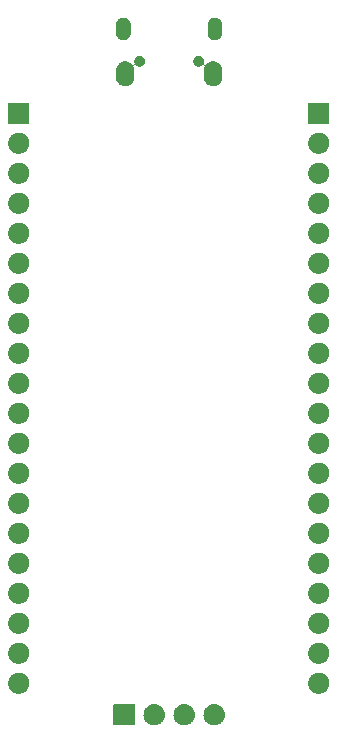
<source format=gbr>
G04 #@! TF.GenerationSoftware,KiCad,Pcbnew,7.0.5*
G04 #@! TF.CreationDate,2023-06-26T03:35:34+05:30*
G04 #@! TF.ProjectId,STM32_Dev_Board_v0.1,53544d33-325f-4446-9576-5f426f617264,rev?*
G04 #@! TF.SameCoordinates,Original*
G04 #@! TF.FileFunction,Soldermask,Bot*
G04 #@! TF.FilePolarity,Negative*
%FSLAX46Y46*%
G04 Gerber Fmt 4.6, Leading zero omitted, Abs format (unit mm)*
G04 Created by KiCad (PCBNEW 7.0.5) date 2023-06-26 03:35:34*
%MOMM*%
%LPD*%
G01*
G04 APERTURE LIST*
G04 APERTURE END LIST*
G36*
X85994840Y-103370067D02*
G01*
X86011321Y-103381079D01*
X86022333Y-103397560D01*
X86026200Y-103417000D01*
X86026200Y-105117000D01*
X86022333Y-105136440D01*
X86011321Y-105152921D01*
X85994840Y-105163933D01*
X85975400Y-105167800D01*
X84275400Y-105167800D01*
X84255960Y-105163933D01*
X84239479Y-105152921D01*
X84228467Y-105136440D01*
X84224600Y-105117000D01*
X84224600Y-103417000D01*
X84228467Y-103397560D01*
X84239479Y-103381079D01*
X84255960Y-103370067D01*
X84275400Y-103366200D01*
X85975400Y-103366200D01*
X85994840Y-103370067D01*
G37*
G36*
X87709373Y-103371135D02*
G01*
X87759559Y-103371135D01*
X87802896Y-103380346D01*
X87841016Y-103384101D01*
X87888906Y-103398628D01*
X87943763Y-103410288D01*
X87978863Y-103425915D01*
X88009892Y-103435328D01*
X88059203Y-103461685D01*
X88115800Y-103486884D01*
X88142113Y-103506002D01*
X88165520Y-103518513D01*
X88213260Y-103557693D01*
X88268153Y-103597575D01*
X88285978Y-103617372D01*
X88301933Y-103630466D01*
X88344810Y-103682711D01*
X88394163Y-103737523D01*
X88404529Y-103755477D01*
X88413886Y-103766879D01*
X88448505Y-103831647D01*
X88488322Y-103900612D01*
X88492901Y-103914706D01*
X88497071Y-103922507D01*
X88520056Y-103998281D01*
X88546515Y-104079713D01*
X88547446Y-104088576D01*
X88548298Y-104091383D01*
X88556584Y-104175518D01*
X88566200Y-104267000D01*
X88556583Y-104358489D01*
X88548298Y-104442616D01*
X88547446Y-104445422D01*
X88546515Y-104454287D01*
X88520051Y-104535732D01*
X88497071Y-104611492D01*
X88492902Y-104619290D01*
X88488322Y-104633388D01*
X88448498Y-104702365D01*
X88413886Y-104767120D01*
X88404531Y-104778518D01*
X88394163Y-104796477D01*
X88344801Y-104851298D01*
X88301933Y-104903533D01*
X88285982Y-104916623D01*
X88268153Y-104936425D01*
X88213250Y-104976314D01*
X88165520Y-105015486D01*
X88142119Y-105027994D01*
X88115800Y-105047116D01*
X88059192Y-105072319D01*
X88009892Y-105098671D01*
X87978870Y-105108081D01*
X87943763Y-105123712D01*
X87888895Y-105135374D01*
X87841016Y-105149898D01*
X87802905Y-105153651D01*
X87759559Y-105162865D01*
X87709362Y-105162865D01*
X87665400Y-105167195D01*
X87621437Y-105162865D01*
X87571241Y-105162865D01*
X87527895Y-105153651D01*
X87489783Y-105149898D01*
X87441901Y-105135373D01*
X87387037Y-105123712D01*
X87351931Y-105108082D01*
X87320907Y-105098671D01*
X87271602Y-105072316D01*
X87215000Y-105047116D01*
X87188683Y-105027996D01*
X87165279Y-105015486D01*
X87117541Y-104976308D01*
X87062647Y-104936425D01*
X87044820Y-104916626D01*
X87028866Y-104903533D01*
X86985987Y-104851285D01*
X86936637Y-104796477D01*
X86926271Y-104778522D01*
X86916913Y-104767120D01*
X86882288Y-104702341D01*
X86842478Y-104633388D01*
X86837899Y-104619295D01*
X86833728Y-104611492D01*
X86810732Y-104535686D01*
X86784285Y-104454287D01*
X86783353Y-104445427D01*
X86782501Y-104442616D01*
X86774200Y-104358338D01*
X86764600Y-104267000D01*
X86774199Y-104175669D01*
X86782501Y-104091383D01*
X86783353Y-104088571D01*
X86784285Y-104079713D01*
X86810728Y-103998327D01*
X86833728Y-103922507D01*
X86837899Y-103914701D01*
X86842478Y-103900612D01*
X86882281Y-103831670D01*
X86916913Y-103766879D01*
X86926273Y-103755473D01*
X86936637Y-103737523D01*
X86985977Y-103682724D01*
X87028866Y-103630466D01*
X87044824Y-103617369D01*
X87062647Y-103597575D01*
X87117530Y-103557699D01*
X87165279Y-103518513D01*
X87188688Y-103506000D01*
X87215000Y-103486884D01*
X87271590Y-103461688D01*
X87320907Y-103435328D01*
X87351938Y-103425914D01*
X87387037Y-103410288D01*
X87441890Y-103398628D01*
X87489783Y-103384101D01*
X87527904Y-103380346D01*
X87571241Y-103371135D01*
X87621427Y-103371135D01*
X87665400Y-103366804D01*
X87709373Y-103371135D01*
G37*
G36*
X90249372Y-103371135D02*
G01*
X90299559Y-103371135D01*
X90342896Y-103380346D01*
X90381016Y-103384101D01*
X90428906Y-103398628D01*
X90483763Y-103410288D01*
X90518863Y-103425915D01*
X90549892Y-103435328D01*
X90599203Y-103461685D01*
X90655800Y-103486884D01*
X90682113Y-103506002D01*
X90705520Y-103518513D01*
X90753260Y-103557693D01*
X90808153Y-103597575D01*
X90825978Y-103617372D01*
X90841933Y-103630466D01*
X90884810Y-103682711D01*
X90934163Y-103737523D01*
X90944529Y-103755477D01*
X90953886Y-103766879D01*
X90988505Y-103831647D01*
X91028322Y-103900612D01*
X91032901Y-103914706D01*
X91037071Y-103922507D01*
X91060056Y-103998281D01*
X91086515Y-104079713D01*
X91087446Y-104088576D01*
X91088298Y-104091383D01*
X91096585Y-104175525D01*
X91106200Y-104267000D01*
X91096583Y-104358496D01*
X91088298Y-104442616D01*
X91087446Y-104445422D01*
X91086515Y-104454287D01*
X91060051Y-104535732D01*
X91037071Y-104611492D01*
X91032902Y-104619290D01*
X91028322Y-104633388D01*
X90988498Y-104702365D01*
X90953886Y-104767120D01*
X90944531Y-104778518D01*
X90934163Y-104796477D01*
X90884801Y-104851298D01*
X90841933Y-104903533D01*
X90825982Y-104916623D01*
X90808153Y-104936425D01*
X90753250Y-104976314D01*
X90705520Y-105015486D01*
X90682119Y-105027994D01*
X90655800Y-105047116D01*
X90599192Y-105072319D01*
X90549892Y-105098671D01*
X90518870Y-105108081D01*
X90483763Y-105123712D01*
X90428895Y-105135374D01*
X90381016Y-105149898D01*
X90342905Y-105153651D01*
X90299559Y-105162865D01*
X90249362Y-105162865D01*
X90205399Y-105167195D01*
X90161437Y-105162865D01*
X90111241Y-105162865D01*
X90067895Y-105153651D01*
X90029783Y-105149898D01*
X89981901Y-105135373D01*
X89927037Y-105123712D01*
X89891931Y-105108082D01*
X89860907Y-105098671D01*
X89811602Y-105072316D01*
X89755000Y-105047116D01*
X89728683Y-105027996D01*
X89705279Y-105015486D01*
X89657541Y-104976308D01*
X89602647Y-104936425D01*
X89584820Y-104916626D01*
X89568866Y-104903533D01*
X89525987Y-104851285D01*
X89476637Y-104796477D01*
X89466271Y-104778522D01*
X89456913Y-104767120D01*
X89422288Y-104702341D01*
X89382478Y-104633388D01*
X89377899Y-104619295D01*
X89373728Y-104611492D01*
X89350732Y-104535686D01*
X89324285Y-104454287D01*
X89323353Y-104445427D01*
X89322501Y-104442616D01*
X89314200Y-104358345D01*
X89304600Y-104267000D01*
X89314198Y-104175676D01*
X89322501Y-104091383D01*
X89323353Y-104088571D01*
X89324285Y-104079713D01*
X89350728Y-103998327D01*
X89373728Y-103922507D01*
X89377899Y-103914701D01*
X89382478Y-103900612D01*
X89422281Y-103831670D01*
X89456913Y-103766879D01*
X89466273Y-103755473D01*
X89476637Y-103737523D01*
X89525977Y-103682724D01*
X89568866Y-103630466D01*
X89584824Y-103617369D01*
X89602647Y-103597575D01*
X89657530Y-103557699D01*
X89705279Y-103518513D01*
X89728688Y-103506000D01*
X89755000Y-103486884D01*
X89811590Y-103461688D01*
X89860907Y-103435328D01*
X89891938Y-103425914D01*
X89927037Y-103410288D01*
X89981890Y-103398628D01*
X90029783Y-103384101D01*
X90067904Y-103380346D01*
X90111241Y-103371135D01*
X90161426Y-103371135D01*
X90205399Y-103366804D01*
X90249372Y-103371135D01*
G37*
G36*
X92789372Y-103371135D02*
G01*
X92839559Y-103371135D01*
X92882896Y-103380346D01*
X92921016Y-103384101D01*
X92968906Y-103398628D01*
X93023763Y-103410288D01*
X93058863Y-103425915D01*
X93089892Y-103435328D01*
X93139203Y-103461685D01*
X93195800Y-103486884D01*
X93222113Y-103506002D01*
X93245520Y-103518513D01*
X93293260Y-103557693D01*
X93348153Y-103597575D01*
X93365978Y-103617372D01*
X93381933Y-103630466D01*
X93424810Y-103682711D01*
X93474163Y-103737523D01*
X93484529Y-103755477D01*
X93493886Y-103766879D01*
X93528505Y-103831647D01*
X93568322Y-103900612D01*
X93572901Y-103914706D01*
X93577071Y-103922507D01*
X93600056Y-103998281D01*
X93626515Y-104079713D01*
X93627446Y-104088576D01*
X93628298Y-104091383D01*
X93636584Y-104175518D01*
X93646200Y-104267000D01*
X93636583Y-104358489D01*
X93628298Y-104442616D01*
X93627446Y-104445422D01*
X93626515Y-104454287D01*
X93600051Y-104535732D01*
X93577071Y-104611492D01*
X93572902Y-104619290D01*
X93568322Y-104633388D01*
X93528498Y-104702365D01*
X93493886Y-104767120D01*
X93484531Y-104778518D01*
X93474163Y-104796477D01*
X93424801Y-104851298D01*
X93381933Y-104903533D01*
X93365982Y-104916623D01*
X93348153Y-104936425D01*
X93293250Y-104976314D01*
X93245520Y-105015486D01*
X93222119Y-105027994D01*
X93195800Y-105047116D01*
X93139192Y-105072319D01*
X93089892Y-105098671D01*
X93058870Y-105108081D01*
X93023763Y-105123712D01*
X92968895Y-105135374D01*
X92921016Y-105149898D01*
X92882905Y-105153651D01*
X92839559Y-105162865D01*
X92789362Y-105162865D01*
X92745400Y-105167195D01*
X92701437Y-105162865D01*
X92651241Y-105162865D01*
X92607895Y-105153651D01*
X92569783Y-105149898D01*
X92521901Y-105135373D01*
X92467037Y-105123712D01*
X92431931Y-105108082D01*
X92400907Y-105098671D01*
X92351602Y-105072316D01*
X92295000Y-105047116D01*
X92268683Y-105027996D01*
X92245279Y-105015486D01*
X92197541Y-104976308D01*
X92142647Y-104936425D01*
X92124820Y-104916626D01*
X92108866Y-104903533D01*
X92065987Y-104851285D01*
X92016637Y-104796477D01*
X92006271Y-104778522D01*
X91996913Y-104767120D01*
X91962288Y-104702341D01*
X91922478Y-104633388D01*
X91917899Y-104619295D01*
X91913728Y-104611492D01*
X91890732Y-104535686D01*
X91864285Y-104454287D01*
X91863353Y-104445427D01*
X91862501Y-104442616D01*
X91854200Y-104358338D01*
X91844600Y-104267000D01*
X91854199Y-104175669D01*
X91862501Y-104091383D01*
X91863353Y-104088571D01*
X91864285Y-104079713D01*
X91890728Y-103998327D01*
X91913728Y-103922507D01*
X91917899Y-103914701D01*
X91922478Y-103900612D01*
X91962281Y-103831670D01*
X91996913Y-103766879D01*
X92006273Y-103755473D01*
X92016637Y-103737523D01*
X92065977Y-103682724D01*
X92108866Y-103630466D01*
X92124824Y-103617369D01*
X92142647Y-103597575D01*
X92197530Y-103557699D01*
X92245279Y-103518513D01*
X92268688Y-103506000D01*
X92295000Y-103486884D01*
X92351590Y-103461688D01*
X92400907Y-103435328D01*
X92431938Y-103425914D01*
X92467037Y-103410288D01*
X92521890Y-103398628D01*
X92569783Y-103384101D01*
X92607904Y-103380346D01*
X92651241Y-103371135D01*
X92701426Y-103371135D01*
X92745399Y-103366804D01*
X92789372Y-103371135D01*
G37*
G36*
X76243973Y-100704135D02*
G01*
X76294159Y-100704135D01*
X76337496Y-100713346D01*
X76375616Y-100717101D01*
X76423506Y-100731628D01*
X76478363Y-100743288D01*
X76513463Y-100758915D01*
X76544492Y-100768328D01*
X76593803Y-100794685D01*
X76650400Y-100819884D01*
X76676713Y-100839002D01*
X76700120Y-100851513D01*
X76747860Y-100890693D01*
X76802753Y-100930575D01*
X76820578Y-100950372D01*
X76836533Y-100963466D01*
X76879410Y-101015711D01*
X76928763Y-101070523D01*
X76939129Y-101088477D01*
X76948486Y-101099879D01*
X76983105Y-101164647D01*
X77022922Y-101233612D01*
X77027501Y-101247706D01*
X77031671Y-101255507D01*
X77054656Y-101331281D01*
X77081115Y-101412713D01*
X77082046Y-101421576D01*
X77082898Y-101424383D01*
X77091184Y-101508518D01*
X77100800Y-101600000D01*
X77091183Y-101691489D01*
X77082898Y-101775616D01*
X77082046Y-101778422D01*
X77081115Y-101787287D01*
X77054651Y-101868732D01*
X77031671Y-101944492D01*
X77027502Y-101952290D01*
X77022922Y-101966388D01*
X76983098Y-102035365D01*
X76948486Y-102100120D01*
X76939131Y-102111518D01*
X76928763Y-102129477D01*
X76879401Y-102184298D01*
X76836533Y-102236533D01*
X76820582Y-102249623D01*
X76802753Y-102269425D01*
X76747850Y-102309314D01*
X76700120Y-102348486D01*
X76676719Y-102360994D01*
X76650400Y-102380116D01*
X76593792Y-102405319D01*
X76544492Y-102431671D01*
X76513470Y-102441081D01*
X76478363Y-102456712D01*
X76423495Y-102468374D01*
X76375616Y-102482898D01*
X76337505Y-102486651D01*
X76294159Y-102495865D01*
X76243962Y-102495865D01*
X76200000Y-102500195D01*
X76156037Y-102495865D01*
X76105841Y-102495865D01*
X76062495Y-102486651D01*
X76024383Y-102482898D01*
X75976501Y-102468373D01*
X75921637Y-102456712D01*
X75886531Y-102441082D01*
X75855507Y-102431671D01*
X75806202Y-102405316D01*
X75749600Y-102380116D01*
X75723283Y-102360996D01*
X75699879Y-102348486D01*
X75652141Y-102309308D01*
X75597247Y-102269425D01*
X75579420Y-102249626D01*
X75563466Y-102236533D01*
X75520587Y-102184285D01*
X75471237Y-102129477D01*
X75460871Y-102111522D01*
X75451513Y-102100120D01*
X75416888Y-102035341D01*
X75377078Y-101966388D01*
X75372499Y-101952295D01*
X75368328Y-101944492D01*
X75345332Y-101868686D01*
X75318885Y-101787287D01*
X75317953Y-101778427D01*
X75317101Y-101775616D01*
X75308800Y-101691338D01*
X75299200Y-101600000D01*
X75308799Y-101508669D01*
X75317101Y-101424383D01*
X75317953Y-101421571D01*
X75318885Y-101412713D01*
X75345328Y-101331327D01*
X75368328Y-101255507D01*
X75372499Y-101247701D01*
X75377078Y-101233612D01*
X75416881Y-101164670D01*
X75451513Y-101099879D01*
X75460873Y-101088473D01*
X75471237Y-101070523D01*
X75520577Y-101015724D01*
X75563466Y-100963466D01*
X75579424Y-100950369D01*
X75597247Y-100930575D01*
X75652130Y-100890699D01*
X75699879Y-100851513D01*
X75723288Y-100839000D01*
X75749600Y-100819884D01*
X75806190Y-100794688D01*
X75855507Y-100768328D01*
X75886538Y-100758914D01*
X75921637Y-100743288D01*
X75976490Y-100731628D01*
X76024383Y-100717101D01*
X76062504Y-100713346D01*
X76105841Y-100704135D01*
X76156027Y-100704135D01*
X76200000Y-100699804D01*
X76243973Y-100704135D01*
G37*
G36*
X101643973Y-100704135D02*
G01*
X101694159Y-100704135D01*
X101737496Y-100713346D01*
X101775616Y-100717101D01*
X101823506Y-100731628D01*
X101878363Y-100743288D01*
X101913463Y-100758915D01*
X101944492Y-100768328D01*
X101993803Y-100794685D01*
X102050400Y-100819884D01*
X102076713Y-100839002D01*
X102100120Y-100851513D01*
X102147860Y-100890693D01*
X102202753Y-100930575D01*
X102220578Y-100950372D01*
X102236533Y-100963466D01*
X102279410Y-101015711D01*
X102328763Y-101070523D01*
X102339129Y-101088477D01*
X102348486Y-101099879D01*
X102383105Y-101164647D01*
X102422922Y-101233612D01*
X102427501Y-101247706D01*
X102431671Y-101255507D01*
X102454656Y-101331281D01*
X102481115Y-101412713D01*
X102482046Y-101421576D01*
X102482898Y-101424383D01*
X102491184Y-101508518D01*
X102500800Y-101600000D01*
X102491183Y-101691489D01*
X102482898Y-101775616D01*
X102482046Y-101778422D01*
X102481115Y-101787287D01*
X102454651Y-101868732D01*
X102431671Y-101944492D01*
X102427502Y-101952290D01*
X102422922Y-101966388D01*
X102383098Y-102035365D01*
X102348486Y-102100120D01*
X102339131Y-102111518D01*
X102328763Y-102129477D01*
X102279401Y-102184298D01*
X102236533Y-102236533D01*
X102220582Y-102249623D01*
X102202753Y-102269425D01*
X102147850Y-102309314D01*
X102100120Y-102348486D01*
X102076719Y-102360994D01*
X102050400Y-102380116D01*
X101993792Y-102405319D01*
X101944492Y-102431671D01*
X101913470Y-102441081D01*
X101878363Y-102456712D01*
X101823495Y-102468374D01*
X101775616Y-102482898D01*
X101737505Y-102486651D01*
X101694159Y-102495865D01*
X101643962Y-102495865D01*
X101600000Y-102500195D01*
X101556037Y-102495865D01*
X101505841Y-102495865D01*
X101462495Y-102486651D01*
X101424383Y-102482898D01*
X101376501Y-102468373D01*
X101321637Y-102456712D01*
X101286531Y-102441082D01*
X101255507Y-102431671D01*
X101206202Y-102405316D01*
X101149600Y-102380116D01*
X101123283Y-102360996D01*
X101099879Y-102348486D01*
X101052141Y-102309308D01*
X100997247Y-102269425D01*
X100979420Y-102249626D01*
X100963466Y-102236533D01*
X100920587Y-102184285D01*
X100871237Y-102129477D01*
X100860871Y-102111522D01*
X100851513Y-102100120D01*
X100816888Y-102035341D01*
X100777078Y-101966388D01*
X100772499Y-101952295D01*
X100768328Y-101944492D01*
X100745332Y-101868686D01*
X100718885Y-101787287D01*
X100717953Y-101778427D01*
X100717101Y-101775616D01*
X100708800Y-101691338D01*
X100699200Y-101600000D01*
X100708799Y-101508669D01*
X100717101Y-101424383D01*
X100717953Y-101421571D01*
X100718885Y-101412713D01*
X100745328Y-101331327D01*
X100768328Y-101255507D01*
X100772499Y-101247701D01*
X100777078Y-101233612D01*
X100816881Y-101164670D01*
X100851513Y-101099879D01*
X100860873Y-101088473D01*
X100871237Y-101070523D01*
X100920577Y-101015724D01*
X100963466Y-100963466D01*
X100979424Y-100950369D01*
X100997247Y-100930575D01*
X101052130Y-100890699D01*
X101099879Y-100851513D01*
X101123288Y-100839000D01*
X101149600Y-100819884D01*
X101206190Y-100794688D01*
X101255507Y-100768328D01*
X101286538Y-100758914D01*
X101321637Y-100743288D01*
X101376490Y-100731628D01*
X101424383Y-100717101D01*
X101462504Y-100713346D01*
X101505841Y-100704135D01*
X101556027Y-100704135D01*
X101600000Y-100699804D01*
X101643973Y-100704135D01*
G37*
G36*
X76243972Y-98164135D02*
G01*
X76294159Y-98164135D01*
X76337496Y-98173346D01*
X76375616Y-98177101D01*
X76423506Y-98191628D01*
X76478363Y-98203288D01*
X76513463Y-98218915D01*
X76544492Y-98228328D01*
X76593803Y-98254685D01*
X76650400Y-98279884D01*
X76676713Y-98299002D01*
X76700120Y-98311513D01*
X76747860Y-98350693D01*
X76802753Y-98390575D01*
X76820578Y-98410372D01*
X76836533Y-98423466D01*
X76879410Y-98475711D01*
X76928763Y-98530523D01*
X76939129Y-98548477D01*
X76948486Y-98559879D01*
X76983105Y-98624647D01*
X77022922Y-98693612D01*
X77027501Y-98707706D01*
X77031671Y-98715507D01*
X77054656Y-98791281D01*
X77081115Y-98872713D01*
X77082046Y-98881576D01*
X77082898Y-98884383D01*
X77091184Y-98968518D01*
X77100800Y-99060000D01*
X77091183Y-99151489D01*
X77082898Y-99235616D01*
X77082046Y-99238422D01*
X77081115Y-99247287D01*
X77054651Y-99328732D01*
X77031671Y-99404492D01*
X77027502Y-99412290D01*
X77022922Y-99426388D01*
X76983098Y-99495365D01*
X76948486Y-99560120D01*
X76939131Y-99571518D01*
X76928763Y-99589477D01*
X76879401Y-99644298D01*
X76836533Y-99696533D01*
X76820582Y-99709623D01*
X76802753Y-99729425D01*
X76747850Y-99769314D01*
X76700120Y-99808486D01*
X76676719Y-99820994D01*
X76650400Y-99840116D01*
X76593792Y-99865319D01*
X76544492Y-99891671D01*
X76513470Y-99901081D01*
X76478363Y-99916712D01*
X76423495Y-99928374D01*
X76375616Y-99942898D01*
X76337505Y-99946651D01*
X76294159Y-99955865D01*
X76243962Y-99955865D01*
X76199999Y-99960195D01*
X76156037Y-99955865D01*
X76105841Y-99955865D01*
X76062495Y-99946651D01*
X76024383Y-99942898D01*
X75976501Y-99928373D01*
X75921637Y-99916712D01*
X75886531Y-99901082D01*
X75855507Y-99891671D01*
X75806202Y-99865316D01*
X75749600Y-99840116D01*
X75723283Y-99820996D01*
X75699879Y-99808486D01*
X75652141Y-99769308D01*
X75597247Y-99729425D01*
X75579420Y-99709626D01*
X75563466Y-99696533D01*
X75520587Y-99644285D01*
X75471237Y-99589477D01*
X75460871Y-99571522D01*
X75451513Y-99560120D01*
X75416888Y-99495341D01*
X75377078Y-99426388D01*
X75372499Y-99412295D01*
X75368328Y-99404492D01*
X75345332Y-99328686D01*
X75318885Y-99247287D01*
X75317953Y-99238427D01*
X75317101Y-99235616D01*
X75308800Y-99151345D01*
X75299200Y-99060000D01*
X75308798Y-98968676D01*
X75317101Y-98884383D01*
X75317953Y-98881571D01*
X75318885Y-98872713D01*
X75345328Y-98791327D01*
X75368328Y-98715507D01*
X75372499Y-98707701D01*
X75377078Y-98693612D01*
X75416881Y-98624670D01*
X75451513Y-98559879D01*
X75460873Y-98548473D01*
X75471237Y-98530523D01*
X75520577Y-98475724D01*
X75563466Y-98423466D01*
X75579424Y-98410369D01*
X75597247Y-98390575D01*
X75652130Y-98350699D01*
X75699879Y-98311513D01*
X75723288Y-98299000D01*
X75749600Y-98279884D01*
X75806190Y-98254688D01*
X75855507Y-98228328D01*
X75886538Y-98218914D01*
X75921637Y-98203288D01*
X75976490Y-98191628D01*
X76024383Y-98177101D01*
X76062504Y-98173346D01*
X76105841Y-98164135D01*
X76156026Y-98164135D01*
X76199999Y-98159804D01*
X76243972Y-98164135D01*
G37*
G36*
X101643973Y-98164135D02*
G01*
X101694159Y-98164135D01*
X101737496Y-98173346D01*
X101775616Y-98177101D01*
X101823506Y-98191628D01*
X101878363Y-98203288D01*
X101913463Y-98218915D01*
X101944492Y-98228328D01*
X101993803Y-98254685D01*
X102050400Y-98279884D01*
X102076713Y-98299002D01*
X102100120Y-98311513D01*
X102147860Y-98350693D01*
X102202753Y-98390575D01*
X102220578Y-98410372D01*
X102236533Y-98423466D01*
X102279410Y-98475711D01*
X102328763Y-98530523D01*
X102339129Y-98548477D01*
X102348486Y-98559879D01*
X102383105Y-98624647D01*
X102422922Y-98693612D01*
X102427501Y-98707706D01*
X102431671Y-98715507D01*
X102454656Y-98791281D01*
X102481115Y-98872713D01*
X102482046Y-98881576D01*
X102482898Y-98884383D01*
X102491185Y-98968525D01*
X102500800Y-99060000D01*
X102491183Y-99151496D01*
X102482898Y-99235616D01*
X102482046Y-99238422D01*
X102481115Y-99247287D01*
X102454651Y-99328732D01*
X102431671Y-99404492D01*
X102427502Y-99412290D01*
X102422922Y-99426388D01*
X102383098Y-99495365D01*
X102348486Y-99560120D01*
X102339131Y-99571518D01*
X102328763Y-99589477D01*
X102279401Y-99644298D01*
X102236533Y-99696533D01*
X102220582Y-99709623D01*
X102202753Y-99729425D01*
X102147850Y-99769314D01*
X102100120Y-99808486D01*
X102076719Y-99820994D01*
X102050400Y-99840116D01*
X101993792Y-99865319D01*
X101944492Y-99891671D01*
X101913470Y-99901081D01*
X101878363Y-99916712D01*
X101823495Y-99928374D01*
X101775616Y-99942898D01*
X101737505Y-99946651D01*
X101694159Y-99955865D01*
X101643962Y-99955865D01*
X101600000Y-99960195D01*
X101556037Y-99955865D01*
X101505841Y-99955865D01*
X101462495Y-99946651D01*
X101424383Y-99942898D01*
X101376501Y-99928373D01*
X101321637Y-99916712D01*
X101286531Y-99901082D01*
X101255507Y-99891671D01*
X101206202Y-99865316D01*
X101149600Y-99840116D01*
X101123283Y-99820996D01*
X101099879Y-99808486D01*
X101052141Y-99769308D01*
X100997247Y-99729425D01*
X100979420Y-99709626D01*
X100963466Y-99696533D01*
X100920587Y-99644285D01*
X100871237Y-99589477D01*
X100860871Y-99571522D01*
X100851513Y-99560120D01*
X100816888Y-99495341D01*
X100777078Y-99426388D01*
X100772499Y-99412295D01*
X100768328Y-99404492D01*
X100745332Y-99328686D01*
X100718885Y-99247287D01*
X100717953Y-99238427D01*
X100717101Y-99235616D01*
X100708800Y-99151345D01*
X100699200Y-99060000D01*
X100708798Y-98968676D01*
X100717101Y-98884383D01*
X100717953Y-98881571D01*
X100718885Y-98872713D01*
X100745328Y-98791327D01*
X100768328Y-98715507D01*
X100772499Y-98707701D01*
X100777078Y-98693612D01*
X100816881Y-98624670D01*
X100851513Y-98559879D01*
X100860873Y-98548473D01*
X100871237Y-98530523D01*
X100920577Y-98475724D01*
X100963466Y-98423466D01*
X100979424Y-98410369D01*
X100997247Y-98390575D01*
X101052130Y-98350699D01*
X101099879Y-98311513D01*
X101123288Y-98299000D01*
X101149600Y-98279884D01*
X101206190Y-98254688D01*
X101255507Y-98228328D01*
X101286538Y-98218914D01*
X101321637Y-98203288D01*
X101376490Y-98191628D01*
X101424383Y-98177101D01*
X101462504Y-98173346D01*
X101505841Y-98164135D01*
X101556027Y-98164135D01*
X101600000Y-98159804D01*
X101643973Y-98164135D01*
G37*
G36*
X76243973Y-95624135D02*
G01*
X76294159Y-95624135D01*
X76337496Y-95633346D01*
X76375616Y-95637101D01*
X76423506Y-95651628D01*
X76478363Y-95663288D01*
X76513463Y-95678915D01*
X76544492Y-95688328D01*
X76593803Y-95714685D01*
X76650400Y-95739884D01*
X76676713Y-95759002D01*
X76700120Y-95771513D01*
X76747860Y-95810693D01*
X76802753Y-95850575D01*
X76820578Y-95870372D01*
X76836533Y-95883466D01*
X76879410Y-95935711D01*
X76928763Y-95990523D01*
X76939129Y-96008477D01*
X76948486Y-96019879D01*
X76983105Y-96084647D01*
X77022922Y-96153612D01*
X77027501Y-96167706D01*
X77031671Y-96175507D01*
X77054656Y-96251281D01*
X77081115Y-96332713D01*
X77082046Y-96341576D01*
X77082898Y-96344383D01*
X77091185Y-96428525D01*
X77100800Y-96520000D01*
X77091183Y-96611496D01*
X77082898Y-96695616D01*
X77082046Y-96698422D01*
X77081115Y-96707287D01*
X77054651Y-96788732D01*
X77031671Y-96864492D01*
X77027502Y-96872290D01*
X77022922Y-96886388D01*
X76983098Y-96955365D01*
X76948486Y-97020120D01*
X76939131Y-97031518D01*
X76928763Y-97049477D01*
X76879401Y-97104298D01*
X76836533Y-97156533D01*
X76820582Y-97169623D01*
X76802753Y-97189425D01*
X76747850Y-97229314D01*
X76700120Y-97268486D01*
X76676719Y-97280994D01*
X76650400Y-97300116D01*
X76593792Y-97325319D01*
X76544492Y-97351671D01*
X76513470Y-97361081D01*
X76478363Y-97376712D01*
X76423495Y-97388374D01*
X76375616Y-97402898D01*
X76337505Y-97406651D01*
X76294159Y-97415865D01*
X76243962Y-97415865D01*
X76200000Y-97420195D01*
X76156037Y-97415865D01*
X76105841Y-97415865D01*
X76062495Y-97406651D01*
X76024383Y-97402898D01*
X75976501Y-97388373D01*
X75921637Y-97376712D01*
X75886531Y-97361082D01*
X75855507Y-97351671D01*
X75806202Y-97325316D01*
X75749600Y-97300116D01*
X75723283Y-97280996D01*
X75699879Y-97268486D01*
X75652141Y-97229308D01*
X75597247Y-97189425D01*
X75579420Y-97169626D01*
X75563466Y-97156533D01*
X75520587Y-97104285D01*
X75471237Y-97049477D01*
X75460871Y-97031522D01*
X75451513Y-97020120D01*
X75416888Y-96955341D01*
X75377078Y-96886388D01*
X75372499Y-96872295D01*
X75368328Y-96864492D01*
X75345332Y-96788686D01*
X75318885Y-96707287D01*
X75317953Y-96698427D01*
X75317101Y-96695616D01*
X75308800Y-96611345D01*
X75299200Y-96520000D01*
X75308798Y-96428676D01*
X75317101Y-96344383D01*
X75317953Y-96341571D01*
X75318885Y-96332713D01*
X75345328Y-96251327D01*
X75368328Y-96175507D01*
X75372499Y-96167701D01*
X75377078Y-96153612D01*
X75416881Y-96084670D01*
X75451513Y-96019879D01*
X75460873Y-96008473D01*
X75471237Y-95990523D01*
X75520577Y-95935724D01*
X75563466Y-95883466D01*
X75579424Y-95870369D01*
X75597247Y-95850575D01*
X75652130Y-95810699D01*
X75699879Y-95771513D01*
X75723288Y-95759000D01*
X75749600Y-95739884D01*
X75806190Y-95714688D01*
X75855507Y-95688328D01*
X75886538Y-95678914D01*
X75921637Y-95663288D01*
X75976490Y-95651628D01*
X76024383Y-95637101D01*
X76062504Y-95633346D01*
X76105841Y-95624135D01*
X76156027Y-95624135D01*
X76200000Y-95619804D01*
X76243973Y-95624135D01*
G37*
G36*
X101643973Y-95624135D02*
G01*
X101694159Y-95624135D01*
X101737496Y-95633346D01*
X101775616Y-95637101D01*
X101823506Y-95651628D01*
X101878363Y-95663288D01*
X101913463Y-95678915D01*
X101944492Y-95688328D01*
X101993803Y-95714685D01*
X102050400Y-95739884D01*
X102076713Y-95759002D01*
X102100120Y-95771513D01*
X102147860Y-95810693D01*
X102202753Y-95850575D01*
X102220578Y-95870372D01*
X102236533Y-95883466D01*
X102279410Y-95935711D01*
X102328763Y-95990523D01*
X102339129Y-96008477D01*
X102348486Y-96019879D01*
X102383105Y-96084647D01*
X102422922Y-96153612D01*
X102427501Y-96167706D01*
X102431671Y-96175507D01*
X102454656Y-96251281D01*
X102481115Y-96332713D01*
X102482046Y-96341576D01*
X102482898Y-96344383D01*
X102491184Y-96428518D01*
X102500800Y-96520000D01*
X102491183Y-96611489D01*
X102482898Y-96695616D01*
X102482046Y-96698422D01*
X102481115Y-96707287D01*
X102454651Y-96788732D01*
X102431671Y-96864492D01*
X102427502Y-96872290D01*
X102422922Y-96886388D01*
X102383098Y-96955365D01*
X102348486Y-97020120D01*
X102339131Y-97031518D01*
X102328763Y-97049477D01*
X102279401Y-97104298D01*
X102236533Y-97156533D01*
X102220582Y-97169623D01*
X102202753Y-97189425D01*
X102147850Y-97229314D01*
X102100120Y-97268486D01*
X102076719Y-97280994D01*
X102050400Y-97300116D01*
X101993792Y-97325319D01*
X101944492Y-97351671D01*
X101913470Y-97361081D01*
X101878363Y-97376712D01*
X101823495Y-97388374D01*
X101775616Y-97402898D01*
X101737505Y-97406651D01*
X101694159Y-97415865D01*
X101643962Y-97415865D01*
X101600000Y-97420195D01*
X101556037Y-97415865D01*
X101505841Y-97415865D01*
X101462495Y-97406651D01*
X101424383Y-97402898D01*
X101376501Y-97388373D01*
X101321637Y-97376712D01*
X101286531Y-97361082D01*
X101255507Y-97351671D01*
X101206202Y-97325316D01*
X101149600Y-97300116D01*
X101123283Y-97280996D01*
X101099879Y-97268486D01*
X101052141Y-97229308D01*
X100997247Y-97189425D01*
X100979420Y-97169626D01*
X100963466Y-97156533D01*
X100920587Y-97104285D01*
X100871237Y-97049477D01*
X100860871Y-97031522D01*
X100851513Y-97020120D01*
X100816888Y-96955341D01*
X100777078Y-96886388D01*
X100772499Y-96872295D01*
X100768328Y-96864492D01*
X100745332Y-96788686D01*
X100718885Y-96707287D01*
X100717953Y-96698427D01*
X100717101Y-96695616D01*
X100708800Y-96611338D01*
X100699200Y-96520000D01*
X100708799Y-96428669D01*
X100717101Y-96344383D01*
X100717953Y-96341571D01*
X100718885Y-96332713D01*
X100745328Y-96251327D01*
X100768328Y-96175507D01*
X100772499Y-96167701D01*
X100777078Y-96153612D01*
X100816881Y-96084670D01*
X100851513Y-96019879D01*
X100860873Y-96008473D01*
X100871237Y-95990523D01*
X100920577Y-95935724D01*
X100963466Y-95883466D01*
X100979424Y-95870369D01*
X100997247Y-95850575D01*
X101052130Y-95810699D01*
X101099879Y-95771513D01*
X101123288Y-95759000D01*
X101149600Y-95739884D01*
X101206190Y-95714688D01*
X101255507Y-95688328D01*
X101286538Y-95678914D01*
X101321637Y-95663288D01*
X101376490Y-95651628D01*
X101424383Y-95637101D01*
X101462504Y-95633346D01*
X101505841Y-95624135D01*
X101556027Y-95624135D01*
X101600000Y-95619804D01*
X101643973Y-95624135D01*
G37*
G36*
X76243972Y-93084135D02*
G01*
X76294159Y-93084135D01*
X76337496Y-93093346D01*
X76375616Y-93097101D01*
X76423506Y-93111628D01*
X76478363Y-93123288D01*
X76513463Y-93138915D01*
X76544492Y-93148328D01*
X76593803Y-93174685D01*
X76650400Y-93199884D01*
X76676713Y-93219002D01*
X76700120Y-93231513D01*
X76747860Y-93270693D01*
X76802753Y-93310575D01*
X76820578Y-93330372D01*
X76836533Y-93343466D01*
X76879410Y-93395711D01*
X76928763Y-93450523D01*
X76939129Y-93468477D01*
X76948486Y-93479879D01*
X76983105Y-93544647D01*
X77022922Y-93613612D01*
X77027501Y-93627706D01*
X77031671Y-93635507D01*
X77054656Y-93711281D01*
X77081115Y-93792713D01*
X77082046Y-93801576D01*
X77082898Y-93804383D01*
X77091184Y-93888518D01*
X77100800Y-93980000D01*
X77091183Y-94071489D01*
X77082898Y-94155616D01*
X77082046Y-94158422D01*
X77081115Y-94167287D01*
X77054651Y-94248732D01*
X77031671Y-94324492D01*
X77027502Y-94332290D01*
X77022922Y-94346388D01*
X76983098Y-94415365D01*
X76948486Y-94480120D01*
X76939131Y-94491518D01*
X76928763Y-94509477D01*
X76879401Y-94564298D01*
X76836533Y-94616533D01*
X76820582Y-94629623D01*
X76802753Y-94649425D01*
X76747850Y-94689314D01*
X76700120Y-94728486D01*
X76676719Y-94740994D01*
X76650400Y-94760116D01*
X76593792Y-94785319D01*
X76544492Y-94811671D01*
X76513470Y-94821081D01*
X76478363Y-94836712D01*
X76423495Y-94848374D01*
X76375616Y-94862898D01*
X76337505Y-94866651D01*
X76294159Y-94875865D01*
X76243962Y-94875865D01*
X76199999Y-94880195D01*
X76156037Y-94875865D01*
X76105841Y-94875865D01*
X76062495Y-94866651D01*
X76024383Y-94862898D01*
X75976501Y-94848373D01*
X75921637Y-94836712D01*
X75886531Y-94821082D01*
X75855507Y-94811671D01*
X75806202Y-94785316D01*
X75749600Y-94760116D01*
X75723283Y-94740996D01*
X75699879Y-94728486D01*
X75652141Y-94689308D01*
X75597247Y-94649425D01*
X75579420Y-94629626D01*
X75563466Y-94616533D01*
X75520587Y-94564285D01*
X75471237Y-94509477D01*
X75460871Y-94491522D01*
X75451513Y-94480120D01*
X75416888Y-94415341D01*
X75377078Y-94346388D01*
X75372499Y-94332295D01*
X75368328Y-94324492D01*
X75345332Y-94248686D01*
X75318885Y-94167287D01*
X75317953Y-94158427D01*
X75317101Y-94155616D01*
X75308800Y-94071338D01*
X75299200Y-93980000D01*
X75308799Y-93888669D01*
X75317101Y-93804383D01*
X75317953Y-93801571D01*
X75318885Y-93792713D01*
X75345328Y-93711327D01*
X75368328Y-93635507D01*
X75372499Y-93627701D01*
X75377078Y-93613612D01*
X75416881Y-93544670D01*
X75451513Y-93479879D01*
X75460873Y-93468473D01*
X75471237Y-93450523D01*
X75520577Y-93395724D01*
X75563466Y-93343466D01*
X75579424Y-93330369D01*
X75597247Y-93310575D01*
X75652130Y-93270699D01*
X75699879Y-93231513D01*
X75723288Y-93219000D01*
X75749600Y-93199884D01*
X75806190Y-93174688D01*
X75855507Y-93148328D01*
X75886538Y-93138914D01*
X75921637Y-93123288D01*
X75976490Y-93111628D01*
X76024383Y-93097101D01*
X76062504Y-93093346D01*
X76105841Y-93084135D01*
X76156026Y-93084135D01*
X76199999Y-93079804D01*
X76243972Y-93084135D01*
G37*
G36*
X101643973Y-93084135D02*
G01*
X101694159Y-93084135D01*
X101737496Y-93093346D01*
X101775616Y-93097101D01*
X101823506Y-93111628D01*
X101878363Y-93123288D01*
X101913463Y-93138915D01*
X101944492Y-93148328D01*
X101993803Y-93174685D01*
X102050400Y-93199884D01*
X102076713Y-93219002D01*
X102100120Y-93231513D01*
X102147860Y-93270693D01*
X102202753Y-93310575D01*
X102220578Y-93330372D01*
X102236533Y-93343466D01*
X102279410Y-93395711D01*
X102328763Y-93450523D01*
X102339129Y-93468477D01*
X102348486Y-93479879D01*
X102383105Y-93544647D01*
X102422922Y-93613612D01*
X102427501Y-93627706D01*
X102431671Y-93635507D01*
X102454656Y-93711281D01*
X102481115Y-93792713D01*
X102482046Y-93801576D01*
X102482898Y-93804383D01*
X102491185Y-93888525D01*
X102500800Y-93980000D01*
X102491183Y-94071496D01*
X102482898Y-94155616D01*
X102482046Y-94158422D01*
X102481115Y-94167287D01*
X102454651Y-94248732D01*
X102431671Y-94324492D01*
X102427502Y-94332290D01*
X102422922Y-94346388D01*
X102383098Y-94415365D01*
X102348486Y-94480120D01*
X102339131Y-94491518D01*
X102328763Y-94509477D01*
X102279401Y-94564298D01*
X102236533Y-94616533D01*
X102220582Y-94629623D01*
X102202753Y-94649425D01*
X102147850Y-94689314D01*
X102100120Y-94728486D01*
X102076719Y-94740994D01*
X102050400Y-94760116D01*
X101993792Y-94785319D01*
X101944492Y-94811671D01*
X101913470Y-94821081D01*
X101878363Y-94836712D01*
X101823495Y-94848374D01*
X101775616Y-94862898D01*
X101737505Y-94866651D01*
X101694159Y-94875865D01*
X101643962Y-94875865D01*
X101600000Y-94880195D01*
X101556037Y-94875865D01*
X101505841Y-94875865D01*
X101462495Y-94866651D01*
X101424383Y-94862898D01*
X101376501Y-94848373D01*
X101321637Y-94836712D01*
X101286531Y-94821082D01*
X101255507Y-94811671D01*
X101206202Y-94785316D01*
X101149600Y-94760116D01*
X101123283Y-94740996D01*
X101099879Y-94728486D01*
X101052141Y-94689308D01*
X100997247Y-94649425D01*
X100979420Y-94629626D01*
X100963466Y-94616533D01*
X100920587Y-94564285D01*
X100871237Y-94509477D01*
X100860871Y-94491522D01*
X100851513Y-94480120D01*
X100816888Y-94415341D01*
X100777078Y-94346388D01*
X100772499Y-94332295D01*
X100768328Y-94324492D01*
X100745332Y-94248686D01*
X100718885Y-94167287D01*
X100717953Y-94158427D01*
X100717101Y-94155616D01*
X100708800Y-94071345D01*
X100699200Y-93980000D01*
X100708798Y-93888676D01*
X100717101Y-93804383D01*
X100717953Y-93801571D01*
X100718885Y-93792713D01*
X100745328Y-93711327D01*
X100768328Y-93635507D01*
X100772499Y-93627701D01*
X100777078Y-93613612D01*
X100816881Y-93544670D01*
X100851513Y-93479879D01*
X100860873Y-93468473D01*
X100871237Y-93450523D01*
X100920577Y-93395724D01*
X100963466Y-93343466D01*
X100979424Y-93330369D01*
X100997247Y-93310575D01*
X101052130Y-93270699D01*
X101099879Y-93231513D01*
X101123288Y-93219000D01*
X101149600Y-93199884D01*
X101206190Y-93174688D01*
X101255507Y-93148328D01*
X101286538Y-93138914D01*
X101321637Y-93123288D01*
X101376490Y-93111628D01*
X101424383Y-93097101D01*
X101462504Y-93093346D01*
X101505841Y-93084135D01*
X101556027Y-93084135D01*
X101600000Y-93079804D01*
X101643973Y-93084135D01*
G37*
G36*
X76243972Y-90544135D02*
G01*
X76294159Y-90544135D01*
X76337496Y-90553346D01*
X76375616Y-90557101D01*
X76423506Y-90571628D01*
X76478363Y-90583288D01*
X76513463Y-90598915D01*
X76544492Y-90608328D01*
X76593803Y-90634685D01*
X76650400Y-90659884D01*
X76676713Y-90679002D01*
X76700120Y-90691513D01*
X76747860Y-90730693D01*
X76802753Y-90770575D01*
X76820578Y-90790372D01*
X76836533Y-90803466D01*
X76879410Y-90855711D01*
X76928763Y-90910523D01*
X76939129Y-90928477D01*
X76948486Y-90939879D01*
X76983105Y-91004647D01*
X77022922Y-91073612D01*
X77027501Y-91087706D01*
X77031671Y-91095507D01*
X77054656Y-91171281D01*
X77081115Y-91252713D01*
X77082046Y-91261576D01*
X77082898Y-91264383D01*
X77091184Y-91348518D01*
X77100800Y-91440000D01*
X77091183Y-91531489D01*
X77082898Y-91615616D01*
X77082046Y-91618422D01*
X77081115Y-91627287D01*
X77054651Y-91708732D01*
X77031671Y-91784492D01*
X77027502Y-91792290D01*
X77022922Y-91806388D01*
X76983098Y-91875365D01*
X76948486Y-91940120D01*
X76939131Y-91951518D01*
X76928763Y-91969477D01*
X76879401Y-92024298D01*
X76836533Y-92076533D01*
X76820582Y-92089623D01*
X76802753Y-92109425D01*
X76747850Y-92149314D01*
X76700120Y-92188486D01*
X76676719Y-92200994D01*
X76650400Y-92220116D01*
X76593792Y-92245319D01*
X76544492Y-92271671D01*
X76513470Y-92281081D01*
X76478363Y-92296712D01*
X76423495Y-92308374D01*
X76375616Y-92322898D01*
X76337505Y-92326651D01*
X76294159Y-92335865D01*
X76243962Y-92335865D01*
X76200000Y-92340195D01*
X76156037Y-92335865D01*
X76105841Y-92335865D01*
X76062495Y-92326651D01*
X76024383Y-92322898D01*
X75976501Y-92308373D01*
X75921637Y-92296712D01*
X75886531Y-92281082D01*
X75855507Y-92271671D01*
X75806202Y-92245316D01*
X75749600Y-92220116D01*
X75723283Y-92200996D01*
X75699879Y-92188486D01*
X75652141Y-92149308D01*
X75597247Y-92109425D01*
X75579420Y-92089626D01*
X75563466Y-92076533D01*
X75520587Y-92024285D01*
X75471237Y-91969477D01*
X75460871Y-91951522D01*
X75451513Y-91940120D01*
X75416888Y-91875341D01*
X75377078Y-91806388D01*
X75372499Y-91792295D01*
X75368328Y-91784492D01*
X75345332Y-91708686D01*
X75318885Y-91627287D01*
X75317953Y-91618427D01*
X75317101Y-91615616D01*
X75308800Y-91531338D01*
X75299200Y-91440000D01*
X75308799Y-91348669D01*
X75317101Y-91264383D01*
X75317953Y-91261571D01*
X75318885Y-91252713D01*
X75345328Y-91171327D01*
X75368328Y-91095507D01*
X75372499Y-91087701D01*
X75377078Y-91073612D01*
X75416881Y-91004670D01*
X75451513Y-90939879D01*
X75460873Y-90928473D01*
X75471237Y-90910523D01*
X75520577Y-90855724D01*
X75563466Y-90803466D01*
X75579424Y-90790369D01*
X75597247Y-90770575D01*
X75652130Y-90730699D01*
X75699879Y-90691513D01*
X75723288Y-90679000D01*
X75749600Y-90659884D01*
X75806190Y-90634688D01*
X75855507Y-90608328D01*
X75886538Y-90598914D01*
X75921637Y-90583288D01*
X75976490Y-90571628D01*
X76024383Y-90557101D01*
X76062504Y-90553346D01*
X76105841Y-90544135D01*
X76156026Y-90544135D01*
X76199999Y-90539804D01*
X76243972Y-90544135D01*
G37*
G36*
X101643973Y-90544135D02*
G01*
X101694159Y-90544135D01*
X101737496Y-90553346D01*
X101775616Y-90557101D01*
X101823506Y-90571628D01*
X101878363Y-90583288D01*
X101913463Y-90598915D01*
X101944492Y-90608328D01*
X101993803Y-90634685D01*
X102050400Y-90659884D01*
X102076713Y-90679002D01*
X102100120Y-90691513D01*
X102147860Y-90730693D01*
X102202753Y-90770575D01*
X102220578Y-90790372D01*
X102236533Y-90803466D01*
X102279410Y-90855711D01*
X102328763Y-90910523D01*
X102339129Y-90928477D01*
X102348486Y-90939879D01*
X102383105Y-91004647D01*
X102422922Y-91073612D01*
X102427501Y-91087706D01*
X102431671Y-91095507D01*
X102454656Y-91171281D01*
X102481115Y-91252713D01*
X102482046Y-91261576D01*
X102482898Y-91264383D01*
X102491184Y-91348518D01*
X102500800Y-91440000D01*
X102491183Y-91531489D01*
X102482898Y-91615616D01*
X102482046Y-91618422D01*
X102481115Y-91627287D01*
X102454651Y-91708732D01*
X102431671Y-91784492D01*
X102427502Y-91792290D01*
X102422922Y-91806388D01*
X102383098Y-91875365D01*
X102348486Y-91940120D01*
X102339131Y-91951518D01*
X102328763Y-91969477D01*
X102279401Y-92024298D01*
X102236533Y-92076533D01*
X102220582Y-92089623D01*
X102202753Y-92109425D01*
X102147850Y-92149314D01*
X102100120Y-92188486D01*
X102076719Y-92200994D01*
X102050400Y-92220116D01*
X101993792Y-92245319D01*
X101944492Y-92271671D01*
X101913470Y-92281081D01*
X101878363Y-92296712D01*
X101823495Y-92308374D01*
X101775616Y-92322898D01*
X101737505Y-92326651D01*
X101694159Y-92335865D01*
X101643962Y-92335865D01*
X101600000Y-92340195D01*
X101556037Y-92335865D01*
X101505841Y-92335865D01*
X101462495Y-92326651D01*
X101424383Y-92322898D01*
X101376501Y-92308373D01*
X101321637Y-92296712D01*
X101286531Y-92281082D01*
X101255507Y-92271671D01*
X101206202Y-92245316D01*
X101149600Y-92220116D01*
X101123283Y-92200996D01*
X101099879Y-92188486D01*
X101052141Y-92149308D01*
X100997247Y-92109425D01*
X100979420Y-92089626D01*
X100963466Y-92076533D01*
X100920587Y-92024285D01*
X100871237Y-91969477D01*
X100860871Y-91951522D01*
X100851513Y-91940120D01*
X100816888Y-91875341D01*
X100777078Y-91806388D01*
X100772499Y-91792295D01*
X100768328Y-91784492D01*
X100745332Y-91708686D01*
X100718885Y-91627287D01*
X100717953Y-91618427D01*
X100717101Y-91615616D01*
X100708800Y-91531338D01*
X100699200Y-91440000D01*
X100708799Y-91348669D01*
X100717101Y-91264383D01*
X100717953Y-91261571D01*
X100718885Y-91252713D01*
X100745328Y-91171327D01*
X100768328Y-91095507D01*
X100772499Y-91087701D01*
X100777078Y-91073612D01*
X100816881Y-91004670D01*
X100851513Y-90939879D01*
X100860873Y-90928473D01*
X100871237Y-90910523D01*
X100920577Y-90855724D01*
X100963466Y-90803466D01*
X100979424Y-90790369D01*
X100997247Y-90770575D01*
X101052130Y-90730699D01*
X101099879Y-90691513D01*
X101123288Y-90679000D01*
X101149600Y-90659884D01*
X101206190Y-90634688D01*
X101255507Y-90608328D01*
X101286538Y-90598914D01*
X101321637Y-90583288D01*
X101376490Y-90571628D01*
X101424383Y-90557101D01*
X101462504Y-90553346D01*
X101505841Y-90544135D01*
X101556027Y-90544135D01*
X101600000Y-90539804D01*
X101643973Y-90544135D01*
G37*
G36*
X76243973Y-88004135D02*
G01*
X76294159Y-88004135D01*
X76337496Y-88013346D01*
X76375616Y-88017101D01*
X76423506Y-88031628D01*
X76478363Y-88043288D01*
X76513463Y-88058915D01*
X76544492Y-88068328D01*
X76593803Y-88094685D01*
X76650400Y-88119884D01*
X76676713Y-88139002D01*
X76700120Y-88151513D01*
X76747860Y-88190693D01*
X76802753Y-88230575D01*
X76820578Y-88250372D01*
X76836533Y-88263466D01*
X76879410Y-88315711D01*
X76928763Y-88370523D01*
X76939129Y-88388477D01*
X76948486Y-88399879D01*
X76983105Y-88464647D01*
X77022922Y-88533612D01*
X77027501Y-88547706D01*
X77031671Y-88555507D01*
X77054656Y-88631281D01*
X77081115Y-88712713D01*
X77082046Y-88721576D01*
X77082898Y-88724383D01*
X77091185Y-88808525D01*
X77100800Y-88900000D01*
X77091183Y-88991496D01*
X77082898Y-89075616D01*
X77082046Y-89078422D01*
X77081115Y-89087287D01*
X77054651Y-89168732D01*
X77031671Y-89244492D01*
X77027502Y-89252290D01*
X77022922Y-89266388D01*
X76983098Y-89335365D01*
X76948486Y-89400120D01*
X76939131Y-89411518D01*
X76928763Y-89429477D01*
X76879401Y-89484298D01*
X76836533Y-89536533D01*
X76820582Y-89549623D01*
X76802753Y-89569425D01*
X76747850Y-89609314D01*
X76700120Y-89648486D01*
X76676719Y-89660994D01*
X76650400Y-89680116D01*
X76593792Y-89705319D01*
X76544492Y-89731671D01*
X76513470Y-89741081D01*
X76478363Y-89756712D01*
X76423495Y-89768374D01*
X76375616Y-89782898D01*
X76337505Y-89786651D01*
X76294159Y-89795865D01*
X76243962Y-89795865D01*
X76200000Y-89800195D01*
X76156037Y-89795865D01*
X76105841Y-89795865D01*
X76062495Y-89786651D01*
X76024383Y-89782898D01*
X75976501Y-89768373D01*
X75921637Y-89756712D01*
X75886531Y-89741082D01*
X75855507Y-89731671D01*
X75806202Y-89705316D01*
X75749600Y-89680116D01*
X75723283Y-89660996D01*
X75699879Y-89648486D01*
X75652141Y-89609308D01*
X75597247Y-89569425D01*
X75579420Y-89549626D01*
X75563466Y-89536533D01*
X75520587Y-89484285D01*
X75471237Y-89429477D01*
X75460871Y-89411522D01*
X75451513Y-89400120D01*
X75416888Y-89335341D01*
X75377078Y-89266388D01*
X75372499Y-89252295D01*
X75368328Y-89244492D01*
X75345332Y-89168686D01*
X75318885Y-89087287D01*
X75317953Y-89078427D01*
X75317101Y-89075616D01*
X75308800Y-88991345D01*
X75299200Y-88900000D01*
X75308798Y-88808676D01*
X75317101Y-88724383D01*
X75317953Y-88721571D01*
X75318885Y-88712713D01*
X75345328Y-88631327D01*
X75368328Y-88555507D01*
X75372499Y-88547701D01*
X75377078Y-88533612D01*
X75416881Y-88464670D01*
X75451513Y-88399879D01*
X75460873Y-88388473D01*
X75471237Y-88370523D01*
X75520577Y-88315724D01*
X75563466Y-88263466D01*
X75579424Y-88250369D01*
X75597247Y-88230575D01*
X75652130Y-88190699D01*
X75699879Y-88151513D01*
X75723288Y-88139000D01*
X75749600Y-88119884D01*
X75806190Y-88094688D01*
X75855507Y-88068328D01*
X75886538Y-88058914D01*
X75921637Y-88043288D01*
X75976490Y-88031628D01*
X76024383Y-88017101D01*
X76062504Y-88013346D01*
X76105841Y-88004135D01*
X76156027Y-88004135D01*
X76200000Y-87999804D01*
X76243973Y-88004135D01*
G37*
G36*
X101643973Y-88004135D02*
G01*
X101694159Y-88004135D01*
X101737496Y-88013346D01*
X101775616Y-88017101D01*
X101823506Y-88031628D01*
X101878363Y-88043288D01*
X101913463Y-88058915D01*
X101944492Y-88068328D01*
X101993803Y-88094685D01*
X102050400Y-88119884D01*
X102076713Y-88139002D01*
X102100120Y-88151513D01*
X102147860Y-88190693D01*
X102202753Y-88230575D01*
X102220578Y-88250372D01*
X102236533Y-88263466D01*
X102279410Y-88315711D01*
X102328763Y-88370523D01*
X102339129Y-88388477D01*
X102348486Y-88399879D01*
X102383105Y-88464647D01*
X102422922Y-88533612D01*
X102427501Y-88547706D01*
X102431671Y-88555507D01*
X102454656Y-88631281D01*
X102481115Y-88712713D01*
X102482046Y-88721576D01*
X102482898Y-88724383D01*
X102491184Y-88808518D01*
X102500800Y-88900000D01*
X102491183Y-88991489D01*
X102482898Y-89075616D01*
X102482046Y-89078422D01*
X102481115Y-89087287D01*
X102454651Y-89168732D01*
X102431671Y-89244492D01*
X102427502Y-89252290D01*
X102422922Y-89266388D01*
X102383098Y-89335365D01*
X102348486Y-89400120D01*
X102339131Y-89411518D01*
X102328763Y-89429477D01*
X102279401Y-89484298D01*
X102236533Y-89536533D01*
X102220582Y-89549623D01*
X102202753Y-89569425D01*
X102147850Y-89609314D01*
X102100120Y-89648486D01*
X102076719Y-89660994D01*
X102050400Y-89680116D01*
X101993792Y-89705319D01*
X101944492Y-89731671D01*
X101913470Y-89741081D01*
X101878363Y-89756712D01*
X101823495Y-89768374D01*
X101775616Y-89782898D01*
X101737505Y-89786651D01*
X101694159Y-89795865D01*
X101643962Y-89795865D01*
X101600000Y-89800195D01*
X101556037Y-89795865D01*
X101505841Y-89795865D01*
X101462495Y-89786651D01*
X101424383Y-89782898D01*
X101376501Y-89768373D01*
X101321637Y-89756712D01*
X101286531Y-89741082D01*
X101255507Y-89731671D01*
X101206202Y-89705316D01*
X101149600Y-89680116D01*
X101123283Y-89660996D01*
X101099879Y-89648486D01*
X101052141Y-89609308D01*
X100997247Y-89569425D01*
X100979420Y-89549626D01*
X100963466Y-89536533D01*
X100920587Y-89484285D01*
X100871237Y-89429477D01*
X100860871Y-89411522D01*
X100851513Y-89400120D01*
X100816888Y-89335341D01*
X100777078Y-89266388D01*
X100772499Y-89252295D01*
X100768328Y-89244492D01*
X100745332Y-89168686D01*
X100718885Y-89087287D01*
X100717953Y-89078427D01*
X100717101Y-89075616D01*
X100708800Y-88991338D01*
X100699200Y-88900000D01*
X100708799Y-88808669D01*
X100717101Y-88724383D01*
X100717953Y-88721571D01*
X100718885Y-88712713D01*
X100745328Y-88631327D01*
X100768328Y-88555507D01*
X100772499Y-88547701D01*
X100777078Y-88533612D01*
X100816881Y-88464670D01*
X100851513Y-88399879D01*
X100860873Y-88388473D01*
X100871237Y-88370523D01*
X100920577Y-88315724D01*
X100963466Y-88263466D01*
X100979424Y-88250369D01*
X100997247Y-88230575D01*
X101052130Y-88190699D01*
X101099879Y-88151513D01*
X101123288Y-88139000D01*
X101149600Y-88119884D01*
X101206190Y-88094688D01*
X101255507Y-88068328D01*
X101286538Y-88058914D01*
X101321637Y-88043288D01*
X101376490Y-88031628D01*
X101424383Y-88017101D01*
X101462504Y-88013346D01*
X101505841Y-88004135D01*
X101556027Y-88004135D01*
X101600000Y-87999804D01*
X101643973Y-88004135D01*
G37*
G36*
X76243972Y-85464135D02*
G01*
X76294159Y-85464135D01*
X76337496Y-85473346D01*
X76375616Y-85477101D01*
X76423506Y-85491628D01*
X76478363Y-85503288D01*
X76513463Y-85518915D01*
X76544492Y-85528328D01*
X76593803Y-85554685D01*
X76650400Y-85579884D01*
X76676713Y-85599002D01*
X76700120Y-85611513D01*
X76747860Y-85650693D01*
X76802753Y-85690575D01*
X76820578Y-85710372D01*
X76836533Y-85723466D01*
X76879410Y-85775711D01*
X76928763Y-85830523D01*
X76939129Y-85848477D01*
X76948486Y-85859879D01*
X76983105Y-85924647D01*
X77022922Y-85993612D01*
X77027501Y-86007706D01*
X77031671Y-86015507D01*
X77054656Y-86091281D01*
X77081115Y-86172713D01*
X77082046Y-86181576D01*
X77082898Y-86184383D01*
X77091184Y-86268518D01*
X77100800Y-86360000D01*
X77091183Y-86451489D01*
X77082898Y-86535616D01*
X77082046Y-86538422D01*
X77081115Y-86547287D01*
X77054651Y-86628732D01*
X77031671Y-86704492D01*
X77027502Y-86712290D01*
X77022922Y-86726388D01*
X76983098Y-86795365D01*
X76948486Y-86860120D01*
X76939131Y-86871518D01*
X76928763Y-86889477D01*
X76879401Y-86944298D01*
X76836533Y-86996533D01*
X76820582Y-87009623D01*
X76802753Y-87029425D01*
X76747850Y-87069314D01*
X76700120Y-87108486D01*
X76676719Y-87120994D01*
X76650400Y-87140116D01*
X76593792Y-87165319D01*
X76544492Y-87191671D01*
X76513470Y-87201081D01*
X76478363Y-87216712D01*
X76423495Y-87228374D01*
X76375616Y-87242898D01*
X76337505Y-87246651D01*
X76294159Y-87255865D01*
X76243962Y-87255865D01*
X76199999Y-87260195D01*
X76156037Y-87255865D01*
X76105841Y-87255865D01*
X76062495Y-87246651D01*
X76024383Y-87242898D01*
X75976501Y-87228373D01*
X75921637Y-87216712D01*
X75886531Y-87201082D01*
X75855507Y-87191671D01*
X75806202Y-87165316D01*
X75749600Y-87140116D01*
X75723283Y-87120996D01*
X75699879Y-87108486D01*
X75652141Y-87069308D01*
X75597247Y-87029425D01*
X75579420Y-87009626D01*
X75563466Y-86996533D01*
X75520587Y-86944285D01*
X75471237Y-86889477D01*
X75460871Y-86871522D01*
X75451513Y-86860120D01*
X75416888Y-86795341D01*
X75377078Y-86726388D01*
X75372499Y-86712295D01*
X75368328Y-86704492D01*
X75345332Y-86628686D01*
X75318885Y-86547287D01*
X75317953Y-86538427D01*
X75317101Y-86535616D01*
X75308800Y-86451338D01*
X75299200Y-86360000D01*
X75308799Y-86268669D01*
X75317101Y-86184383D01*
X75317953Y-86181571D01*
X75318885Y-86172713D01*
X75345328Y-86091327D01*
X75368328Y-86015507D01*
X75372499Y-86007701D01*
X75377078Y-85993612D01*
X75416881Y-85924670D01*
X75451513Y-85859879D01*
X75460873Y-85848473D01*
X75471237Y-85830523D01*
X75520577Y-85775724D01*
X75563466Y-85723466D01*
X75579424Y-85710369D01*
X75597247Y-85690575D01*
X75652130Y-85650699D01*
X75699879Y-85611513D01*
X75723288Y-85599000D01*
X75749600Y-85579884D01*
X75806190Y-85554688D01*
X75855507Y-85528328D01*
X75886538Y-85518914D01*
X75921637Y-85503288D01*
X75976490Y-85491628D01*
X76024383Y-85477101D01*
X76062504Y-85473346D01*
X76105841Y-85464135D01*
X76156026Y-85464135D01*
X76199999Y-85459804D01*
X76243972Y-85464135D01*
G37*
G36*
X101643973Y-85464135D02*
G01*
X101694159Y-85464135D01*
X101737496Y-85473346D01*
X101775616Y-85477101D01*
X101823506Y-85491628D01*
X101878363Y-85503288D01*
X101913463Y-85518915D01*
X101944492Y-85528328D01*
X101993803Y-85554685D01*
X102050400Y-85579884D01*
X102076713Y-85599002D01*
X102100120Y-85611513D01*
X102147860Y-85650693D01*
X102202753Y-85690575D01*
X102220578Y-85710372D01*
X102236533Y-85723466D01*
X102279410Y-85775711D01*
X102328763Y-85830523D01*
X102339129Y-85848477D01*
X102348486Y-85859879D01*
X102383105Y-85924647D01*
X102422922Y-85993612D01*
X102427501Y-86007706D01*
X102431671Y-86015507D01*
X102454656Y-86091281D01*
X102481115Y-86172713D01*
X102482046Y-86181576D01*
X102482898Y-86184383D01*
X102491185Y-86268525D01*
X102500800Y-86360000D01*
X102491183Y-86451496D01*
X102482898Y-86535616D01*
X102482046Y-86538422D01*
X102481115Y-86547287D01*
X102454651Y-86628732D01*
X102431671Y-86704492D01*
X102427502Y-86712290D01*
X102422922Y-86726388D01*
X102383098Y-86795365D01*
X102348486Y-86860120D01*
X102339131Y-86871518D01*
X102328763Y-86889477D01*
X102279401Y-86944298D01*
X102236533Y-86996533D01*
X102220582Y-87009623D01*
X102202753Y-87029425D01*
X102147850Y-87069314D01*
X102100120Y-87108486D01*
X102076719Y-87120994D01*
X102050400Y-87140116D01*
X101993792Y-87165319D01*
X101944492Y-87191671D01*
X101913470Y-87201081D01*
X101878363Y-87216712D01*
X101823495Y-87228374D01*
X101775616Y-87242898D01*
X101737505Y-87246651D01*
X101694159Y-87255865D01*
X101643962Y-87255865D01*
X101600000Y-87260195D01*
X101556037Y-87255865D01*
X101505841Y-87255865D01*
X101462495Y-87246651D01*
X101424383Y-87242898D01*
X101376501Y-87228373D01*
X101321637Y-87216712D01*
X101286531Y-87201082D01*
X101255507Y-87191671D01*
X101206202Y-87165316D01*
X101149600Y-87140116D01*
X101123283Y-87120996D01*
X101099879Y-87108486D01*
X101052141Y-87069308D01*
X100997247Y-87029425D01*
X100979420Y-87009626D01*
X100963466Y-86996533D01*
X100920587Y-86944285D01*
X100871237Y-86889477D01*
X100860871Y-86871522D01*
X100851513Y-86860120D01*
X100816888Y-86795341D01*
X100777078Y-86726388D01*
X100772499Y-86712295D01*
X100768328Y-86704492D01*
X100745332Y-86628686D01*
X100718885Y-86547287D01*
X100717953Y-86538427D01*
X100717101Y-86535616D01*
X100708800Y-86451345D01*
X100699200Y-86360000D01*
X100708798Y-86268676D01*
X100717101Y-86184383D01*
X100717953Y-86181571D01*
X100718885Y-86172713D01*
X100745328Y-86091327D01*
X100768328Y-86015507D01*
X100772499Y-86007701D01*
X100777078Y-85993612D01*
X100816881Y-85924670D01*
X100851513Y-85859879D01*
X100860873Y-85848473D01*
X100871237Y-85830523D01*
X100920577Y-85775724D01*
X100963466Y-85723466D01*
X100979424Y-85710369D01*
X100997247Y-85690575D01*
X101052130Y-85650699D01*
X101099879Y-85611513D01*
X101123288Y-85599000D01*
X101149600Y-85579884D01*
X101206190Y-85554688D01*
X101255507Y-85528328D01*
X101286538Y-85518914D01*
X101321637Y-85503288D01*
X101376490Y-85491628D01*
X101424383Y-85477101D01*
X101462504Y-85473346D01*
X101505841Y-85464135D01*
X101556027Y-85464135D01*
X101600000Y-85459804D01*
X101643973Y-85464135D01*
G37*
G36*
X76243973Y-82924135D02*
G01*
X76294159Y-82924135D01*
X76337496Y-82933346D01*
X76375616Y-82937101D01*
X76423506Y-82951628D01*
X76478363Y-82963288D01*
X76513463Y-82978915D01*
X76544492Y-82988328D01*
X76593803Y-83014685D01*
X76650400Y-83039884D01*
X76676713Y-83059002D01*
X76700120Y-83071513D01*
X76747860Y-83110693D01*
X76802753Y-83150575D01*
X76820578Y-83170372D01*
X76836533Y-83183466D01*
X76879410Y-83235711D01*
X76928763Y-83290523D01*
X76939129Y-83308477D01*
X76948486Y-83319879D01*
X76983105Y-83384647D01*
X77022922Y-83453612D01*
X77027501Y-83467706D01*
X77031671Y-83475507D01*
X77054656Y-83551281D01*
X77081115Y-83632713D01*
X77082046Y-83641576D01*
X77082898Y-83644383D01*
X77091185Y-83728525D01*
X77100800Y-83820000D01*
X77091183Y-83911496D01*
X77082898Y-83995616D01*
X77082046Y-83998422D01*
X77081115Y-84007287D01*
X77054651Y-84088732D01*
X77031671Y-84164492D01*
X77027502Y-84172290D01*
X77022922Y-84186388D01*
X76983098Y-84255365D01*
X76948486Y-84320120D01*
X76939131Y-84331518D01*
X76928763Y-84349477D01*
X76879401Y-84404298D01*
X76836533Y-84456533D01*
X76820582Y-84469623D01*
X76802753Y-84489425D01*
X76747850Y-84529314D01*
X76700120Y-84568486D01*
X76676719Y-84580994D01*
X76650400Y-84600116D01*
X76593792Y-84625319D01*
X76544492Y-84651671D01*
X76513470Y-84661081D01*
X76478363Y-84676712D01*
X76423495Y-84688374D01*
X76375616Y-84702898D01*
X76337505Y-84706651D01*
X76294159Y-84715865D01*
X76243962Y-84715865D01*
X76200000Y-84720195D01*
X76156037Y-84715865D01*
X76105841Y-84715865D01*
X76062495Y-84706651D01*
X76024383Y-84702898D01*
X75976501Y-84688373D01*
X75921637Y-84676712D01*
X75886531Y-84661082D01*
X75855507Y-84651671D01*
X75806202Y-84625316D01*
X75749600Y-84600116D01*
X75723283Y-84580996D01*
X75699879Y-84568486D01*
X75652141Y-84529308D01*
X75597247Y-84489425D01*
X75579420Y-84469626D01*
X75563466Y-84456533D01*
X75520587Y-84404285D01*
X75471237Y-84349477D01*
X75460871Y-84331522D01*
X75451513Y-84320120D01*
X75416888Y-84255341D01*
X75377078Y-84186388D01*
X75372499Y-84172295D01*
X75368328Y-84164492D01*
X75345332Y-84088686D01*
X75318885Y-84007287D01*
X75317953Y-83998427D01*
X75317101Y-83995616D01*
X75308800Y-83911338D01*
X75299200Y-83820000D01*
X75308799Y-83728669D01*
X75317101Y-83644383D01*
X75317953Y-83641571D01*
X75318885Y-83632713D01*
X75345328Y-83551327D01*
X75368328Y-83475507D01*
X75372499Y-83467701D01*
X75377078Y-83453612D01*
X75416881Y-83384670D01*
X75451513Y-83319879D01*
X75460873Y-83308473D01*
X75471237Y-83290523D01*
X75520577Y-83235724D01*
X75563466Y-83183466D01*
X75579424Y-83170369D01*
X75597247Y-83150575D01*
X75652130Y-83110699D01*
X75699879Y-83071513D01*
X75723288Y-83059000D01*
X75749600Y-83039884D01*
X75806190Y-83014688D01*
X75855507Y-82988328D01*
X75886538Y-82978914D01*
X75921637Y-82963288D01*
X75976490Y-82951628D01*
X76024383Y-82937101D01*
X76062504Y-82933346D01*
X76105841Y-82924135D01*
X76156027Y-82924135D01*
X76200000Y-82919804D01*
X76243973Y-82924135D01*
G37*
G36*
X101643973Y-82924135D02*
G01*
X101694159Y-82924135D01*
X101737496Y-82933346D01*
X101775616Y-82937101D01*
X101823506Y-82951628D01*
X101878363Y-82963288D01*
X101913463Y-82978915D01*
X101944492Y-82988328D01*
X101993803Y-83014685D01*
X102050400Y-83039884D01*
X102076713Y-83059002D01*
X102100120Y-83071513D01*
X102147860Y-83110693D01*
X102202753Y-83150575D01*
X102220578Y-83170372D01*
X102236533Y-83183466D01*
X102279410Y-83235711D01*
X102328763Y-83290523D01*
X102339129Y-83308477D01*
X102348486Y-83319879D01*
X102383105Y-83384647D01*
X102422922Y-83453612D01*
X102427501Y-83467706D01*
X102431671Y-83475507D01*
X102454656Y-83551281D01*
X102481115Y-83632713D01*
X102482046Y-83641576D01*
X102482898Y-83644383D01*
X102491184Y-83728518D01*
X102500800Y-83820000D01*
X102491183Y-83911489D01*
X102482898Y-83995616D01*
X102482046Y-83998422D01*
X102481115Y-84007287D01*
X102454651Y-84088732D01*
X102431671Y-84164492D01*
X102427502Y-84172290D01*
X102422922Y-84186388D01*
X102383098Y-84255365D01*
X102348486Y-84320120D01*
X102339131Y-84331518D01*
X102328763Y-84349477D01*
X102279401Y-84404298D01*
X102236533Y-84456533D01*
X102220582Y-84469623D01*
X102202753Y-84489425D01*
X102147850Y-84529314D01*
X102100120Y-84568486D01*
X102076719Y-84580994D01*
X102050400Y-84600116D01*
X101993792Y-84625319D01*
X101944492Y-84651671D01*
X101913470Y-84661081D01*
X101878363Y-84676712D01*
X101823495Y-84688374D01*
X101775616Y-84702898D01*
X101737505Y-84706651D01*
X101694159Y-84715865D01*
X101643962Y-84715865D01*
X101600000Y-84720195D01*
X101556037Y-84715865D01*
X101505841Y-84715865D01*
X101462495Y-84706651D01*
X101424383Y-84702898D01*
X101376501Y-84688373D01*
X101321637Y-84676712D01*
X101286531Y-84661082D01*
X101255507Y-84651671D01*
X101206202Y-84625316D01*
X101149600Y-84600116D01*
X101123283Y-84580996D01*
X101099879Y-84568486D01*
X101052141Y-84529308D01*
X100997247Y-84489425D01*
X100979420Y-84469626D01*
X100963466Y-84456533D01*
X100920587Y-84404285D01*
X100871237Y-84349477D01*
X100860871Y-84331522D01*
X100851513Y-84320120D01*
X100816888Y-84255341D01*
X100777078Y-84186388D01*
X100772499Y-84172295D01*
X100768328Y-84164492D01*
X100745332Y-84088686D01*
X100718885Y-84007287D01*
X100717953Y-83998427D01*
X100717101Y-83995616D01*
X100708800Y-83911338D01*
X100699200Y-83820000D01*
X100708799Y-83728669D01*
X100717101Y-83644383D01*
X100717953Y-83641571D01*
X100718885Y-83632713D01*
X100745328Y-83551327D01*
X100768328Y-83475507D01*
X100772499Y-83467701D01*
X100777078Y-83453612D01*
X100816881Y-83384670D01*
X100851513Y-83319879D01*
X100860873Y-83308473D01*
X100871237Y-83290523D01*
X100920577Y-83235724D01*
X100963466Y-83183466D01*
X100979424Y-83170369D01*
X100997247Y-83150575D01*
X101052130Y-83110699D01*
X101099879Y-83071513D01*
X101123288Y-83059000D01*
X101149600Y-83039884D01*
X101206190Y-83014688D01*
X101255507Y-82988328D01*
X101286538Y-82978914D01*
X101321637Y-82963288D01*
X101376490Y-82951628D01*
X101424383Y-82937101D01*
X101462504Y-82933346D01*
X101505841Y-82924135D01*
X101556027Y-82924135D01*
X101600000Y-82919804D01*
X101643973Y-82924135D01*
G37*
G36*
X76243972Y-80384135D02*
G01*
X76294159Y-80384135D01*
X76337496Y-80393346D01*
X76375616Y-80397101D01*
X76423506Y-80411628D01*
X76478363Y-80423288D01*
X76513463Y-80438915D01*
X76544492Y-80448328D01*
X76593803Y-80474685D01*
X76650400Y-80499884D01*
X76676713Y-80519002D01*
X76700120Y-80531513D01*
X76747860Y-80570693D01*
X76802753Y-80610575D01*
X76820578Y-80630372D01*
X76836533Y-80643466D01*
X76879410Y-80695711D01*
X76928763Y-80750523D01*
X76939129Y-80768477D01*
X76948486Y-80779879D01*
X76983105Y-80844647D01*
X77022922Y-80913612D01*
X77027501Y-80927706D01*
X77031671Y-80935507D01*
X77054656Y-81011281D01*
X77081115Y-81092713D01*
X77082046Y-81101576D01*
X77082898Y-81104383D01*
X77091184Y-81188518D01*
X77100800Y-81280000D01*
X77091183Y-81371489D01*
X77082898Y-81455616D01*
X77082046Y-81458422D01*
X77081115Y-81467287D01*
X77054651Y-81548732D01*
X77031671Y-81624492D01*
X77027502Y-81632290D01*
X77022922Y-81646388D01*
X76983098Y-81715365D01*
X76948486Y-81780120D01*
X76939131Y-81791518D01*
X76928763Y-81809477D01*
X76879401Y-81864298D01*
X76836533Y-81916533D01*
X76820582Y-81929623D01*
X76802753Y-81949425D01*
X76747850Y-81989314D01*
X76700120Y-82028486D01*
X76676719Y-82040994D01*
X76650400Y-82060116D01*
X76593792Y-82085319D01*
X76544492Y-82111671D01*
X76513470Y-82121081D01*
X76478363Y-82136712D01*
X76423495Y-82148374D01*
X76375616Y-82162898D01*
X76337505Y-82166651D01*
X76294159Y-82175865D01*
X76243962Y-82175865D01*
X76199999Y-82180195D01*
X76156037Y-82175865D01*
X76105841Y-82175865D01*
X76062495Y-82166651D01*
X76024383Y-82162898D01*
X75976501Y-82148373D01*
X75921637Y-82136712D01*
X75886531Y-82121082D01*
X75855507Y-82111671D01*
X75806202Y-82085316D01*
X75749600Y-82060116D01*
X75723283Y-82040996D01*
X75699879Y-82028486D01*
X75652141Y-81989308D01*
X75597247Y-81949425D01*
X75579420Y-81929626D01*
X75563466Y-81916533D01*
X75520587Y-81864285D01*
X75471237Y-81809477D01*
X75460871Y-81791522D01*
X75451513Y-81780120D01*
X75416888Y-81715341D01*
X75377078Y-81646388D01*
X75372499Y-81632295D01*
X75368328Y-81624492D01*
X75345332Y-81548686D01*
X75318885Y-81467287D01*
X75317953Y-81458427D01*
X75317101Y-81455616D01*
X75308800Y-81371338D01*
X75299200Y-81280000D01*
X75308799Y-81188669D01*
X75317101Y-81104383D01*
X75317953Y-81101571D01*
X75318885Y-81092713D01*
X75345328Y-81011327D01*
X75368328Y-80935507D01*
X75372499Y-80927701D01*
X75377078Y-80913612D01*
X75416881Y-80844670D01*
X75451513Y-80779879D01*
X75460873Y-80768473D01*
X75471237Y-80750523D01*
X75520577Y-80695724D01*
X75563466Y-80643466D01*
X75579424Y-80630369D01*
X75597247Y-80610575D01*
X75652130Y-80570699D01*
X75699879Y-80531513D01*
X75723288Y-80519000D01*
X75749600Y-80499884D01*
X75806190Y-80474688D01*
X75855507Y-80448328D01*
X75886538Y-80438914D01*
X75921637Y-80423288D01*
X75976490Y-80411628D01*
X76024383Y-80397101D01*
X76062504Y-80393346D01*
X76105841Y-80384135D01*
X76156026Y-80384135D01*
X76199999Y-80379804D01*
X76243972Y-80384135D01*
G37*
G36*
X101643973Y-80384135D02*
G01*
X101694159Y-80384135D01*
X101737496Y-80393346D01*
X101775616Y-80397101D01*
X101823506Y-80411628D01*
X101878363Y-80423288D01*
X101913463Y-80438915D01*
X101944492Y-80448328D01*
X101993803Y-80474685D01*
X102050400Y-80499884D01*
X102076713Y-80519002D01*
X102100120Y-80531513D01*
X102147860Y-80570693D01*
X102202753Y-80610575D01*
X102220578Y-80630372D01*
X102236533Y-80643466D01*
X102279410Y-80695711D01*
X102328763Y-80750523D01*
X102339129Y-80768477D01*
X102348486Y-80779879D01*
X102383105Y-80844647D01*
X102422922Y-80913612D01*
X102427501Y-80927706D01*
X102431671Y-80935507D01*
X102454656Y-81011281D01*
X102481115Y-81092713D01*
X102482046Y-81101576D01*
X102482898Y-81104383D01*
X102491184Y-81188518D01*
X102500800Y-81280000D01*
X102491183Y-81371489D01*
X102482898Y-81455616D01*
X102482046Y-81458422D01*
X102481115Y-81467287D01*
X102454651Y-81548732D01*
X102431671Y-81624492D01*
X102427502Y-81632290D01*
X102422922Y-81646388D01*
X102383098Y-81715365D01*
X102348486Y-81780120D01*
X102339131Y-81791518D01*
X102328763Y-81809477D01*
X102279401Y-81864298D01*
X102236533Y-81916533D01*
X102220582Y-81929623D01*
X102202753Y-81949425D01*
X102147850Y-81989314D01*
X102100120Y-82028486D01*
X102076719Y-82040994D01*
X102050400Y-82060116D01*
X101993792Y-82085319D01*
X101944492Y-82111671D01*
X101913470Y-82121081D01*
X101878363Y-82136712D01*
X101823495Y-82148374D01*
X101775616Y-82162898D01*
X101737505Y-82166651D01*
X101694159Y-82175865D01*
X101643962Y-82175865D01*
X101600000Y-82180195D01*
X101556037Y-82175865D01*
X101505841Y-82175865D01*
X101462495Y-82166651D01*
X101424383Y-82162898D01*
X101376501Y-82148373D01*
X101321637Y-82136712D01*
X101286531Y-82121082D01*
X101255507Y-82111671D01*
X101206202Y-82085316D01*
X101149600Y-82060116D01*
X101123283Y-82040996D01*
X101099879Y-82028486D01*
X101052141Y-81989308D01*
X100997247Y-81949425D01*
X100979420Y-81929626D01*
X100963466Y-81916533D01*
X100920587Y-81864285D01*
X100871237Y-81809477D01*
X100860871Y-81791522D01*
X100851513Y-81780120D01*
X100816888Y-81715341D01*
X100777078Y-81646388D01*
X100772499Y-81632295D01*
X100768328Y-81624492D01*
X100745332Y-81548686D01*
X100718885Y-81467287D01*
X100717953Y-81458427D01*
X100717101Y-81455616D01*
X100708800Y-81371338D01*
X100699200Y-81280000D01*
X100708799Y-81188669D01*
X100717101Y-81104383D01*
X100717953Y-81101571D01*
X100718885Y-81092713D01*
X100745328Y-81011327D01*
X100768328Y-80935507D01*
X100772499Y-80927701D01*
X100777078Y-80913612D01*
X100816881Y-80844670D01*
X100851513Y-80779879D01*
X100860873Y-80768473D01*
X100871237Y-80750523D01*
X100920577Y-80695724D01*
X100963466Y-80643466D01*
X100979424Y-80630369D01*
X100997247Y-80610575D01*
X101052130Y-80570699D01*
X101099879Y-80531513D01*
X101123288Y-80519000D01*
X101149600Y-80499884D01*
X101206190Y-80474688D01*
X101255507Y-80448328D01*
X101286538Y-80438914D01*
X101321637Y-80423288D01*
X101376490Y-80411628D01*
X101424383Y-80397101D01*
X101462504Y-80393346D01*
X101505841Y-80384135D01*
X101556027Y-80384135D01*
X101600000Y-80379804D01*
X101643973Y-80384135D01*
G37*
G36*
X76243973Y-77844135D02*
G01*
X76294159Y-77844135D01*
X76337496Y-77853346D01*
X76375616Y-77857101D01*
X76423506Y-77871628D01*
X76478363Y-77883288D01*
X76513463Y-77898915D01*
X76544492Y-77908328D01*
X76593803Y-77934685D01*
X76650400Y-77959884D01*
X76676713Y-77979002D01*
X76700120Y-77991513D01*
X76747860Y-78030693D01*
X76802753Y-78070575D01*
X76820578Y-78090372D01*
X76836533Y-78103466D01*
X76879410Y-78155711D01*
X76928763Y-78210523D01*
X76939129Y-78228477D01*
X76948486Y-78239879D01*
X76983105Y-78304647D01*
X77022922Y-78373612D01*
X77027501Y-78387706D01*
X77031671Y-78395507D01*
X77054656Y-78471281D01*
X77081115Y-78552713D01*
X77082046Y-78561576D01*
X77082898Y-78564383D01*
X77091184Y-78648518D01*
X77100800Y-78740000D01*
X77091183Y-78831489D01*
X77082898Y-78915616D01*
X77082046Y-78918422D01*
X77081115Y-78927287D01*
X77054651Y-79008732D01*
X77031671Y-79084492D01*
X77027502Y-79092290D01*
X77022922Y-79106388D01*
X76983098Y-79175365D01*
X76948486Y-79240120D01*
X76939131Y-79251518D01*
X76928763Y-79269477D01*
X76879401Y-79324298D01*
X76836533Y-79376533D01*
X76820582Y-79389623D01*
X76802753Y-79409425D01*
X76747850Y-79449314D01*
X76700120Y-79488486D01*
X76676719Y-79500994D01*
X76650400Y-79520116D01*
X76593792Y-79545319D01*
X76544492Y-79571671D01*
X76513470Y-79581081D01*
X76478363Y-79596712D01*
X76423495Y-79608374D01*
X76375616Y-79622898D01*
X76337505Y-79626651D01*
X76294159Y-79635865D01*
X76243962Y-79635865D01*
X76200000Y-79640195D01*
X76156037Y-79635865D01*
X76105841Y-79635865D01*
X76062495Y-79626651D01*
X76024383Y-79622898D01*
X75976501Y-79608373D01*
X75921637Y-79596712D01*
X75886531Y-79581082D01*
X75855507Y-79571671D01*
X75806202Y-79545316D01*
X75749600Y-79520116D01*
X75723283Y-79500996D01*
X75699879Y-79488486D01*
X75652141Y-79449308D01*
X75597247Y-79409425D01*
X75579420Y-79389626D01*
X75563466Y-79376533D01*
X75520587Y-79324285D01*
X75471237Y-79269477D01*
X75460871Y-79251522D01*
X75451513Y-79240120D01*
X75416888Y-79175341D01*
X75377078Y-79106388D01*
X75372499Y-79092295D01*
X75368328Y-79084492D01*
X75345332Y-79008686D01*
X75318885Y-78927287D01*
X75317953Y-78918427D01*
X75317101Y-78915616D01*
X75308800Y-78831345D01*
X75299200Y-78740000D01*
X75308798Y-78648676D01*
X75317101Y-78564383D01*
X75317953Y-78561571D01*
X75318885Y-78552713D01*
X75345328Y-78471327D01*
X75368328Y-78395507D01*
X75372499Y-78387701D01*
X75377078Y-78373612D01*
X75416881Y-78304670D01*
X75451513Y-78239879D01*
X75460873Y-78228473D01*
X75471237Y-78210523D01*
X75520577Y-78155724D01*
X75563466Y-78103466D01*
X75579424Y-78090369D01*
X75597247Y-78070575D01*
X75652130Y-78030699D01*
X75699879Y-77991513D01*
X75723288Y-77979000D01*
X75749600Y-77959884D01*
X75806190Y-77934688D01*
X75855507Y-77908328D01*
X75886538Y-77898914D01*
X75921637Y-77883288D01*
X75976490Y-77871628D01*
X76024383Y-77857101D01*
X76062504Y-77853346D01*
X76105841Y-77844135D01*
X76156027Y-77844135D01*
X76200000Y-77839804D01*
X76243973Y-77844135D01*
G37*
G36*
X101643973Y-77844135D02*
G01*
X101694159Y-77844135D01*
X101737496Y-77853346D01*
X101775616Y-77857101D01*
X101823506Y-77871628D01*
X101878363Y-77883288D01*
X101913463Y-77898915D01*
X101944492Y-77908328D01*
X101993803Y-77934685D01*
X102050400Y-77959884D01*
X102076713Y-77979002D01*
X102100120Y-77991513D01*
X102147860Y-78030693D01*
X102202753Y-78070575D01*
X102220578Y-78090372D01*
X102236533Y-78103466D01*
X102279410Y-78155711D01*
X102328763Y-78210523D01*
X102339129Y-78228477D01*
X102348486Y-78239879D01*
X102383105Y-78304647D01*
X102422922Y-78373612D01*
X102427501Y-78387706D01*
X102431671Y-78395507D01*
X102454656Y-78471281D01*
X102481115Y-78552713D01*
X102482046Y-78561576D01*
X102482898Y-78564383D01*
X102491185Y-78648525D01*
X102500800Y-78740000D01*
X102491183Y-78831496D01*
X102482898Y-78915616D01*
X102482046Y-78918422D01*
X102481115Y-78927287D01*
X102454651Y-79008732D01*
X102431671Y-79084492D01*
X102427502Y-79092290D01*
X102422922Y-79106388D01*
X102383098Y-79175365D01*
X102348486Y-79240120D01*
X102339131Y-79251518D01*
X102328763Y-79269477D01*
X102279401Y-79324298D01*
X102236533Y-79376533D01*
X102220582Y-79389623D01*
X102202753Y-79409425D01*
X102147850Y-79449314D01*
X102100120Y-79488486D01*
X102076719Y-79500994D01*
X102050400Y-79520116D01*
X101993792Y-79545319D01*
X101944492Y-79571671D01*
X101913470Y-79581081D01*
X101878363Y-79596712D01*
X101823495Y-79608374D01*
X101775616Y-79622898D01*
X101737505Y-79626651D01*
X101694159Y-79635865D01*
X101643962Y-79635865D01*
X101600000Y-79640195D01*
X101556037Y-79635865D01*
X101505841Y-79635865D01*
X101462495Y-79626651D01*
X101424383Y-79622898D01*
X101376501Y-79608373D01*
X101321637Y-79596712D01*
X101286531Y-79581082D01*
X101255507Y-79571671D01*
X101206202Y-79545316D01*
X101149600Y-79520116D01*
X101123283Y-79500996D01*
X101099879Y-79488486D01*
X101052141Y-79449308D01*
X100997247Y-79409425D01*
X100979420Y-79389626D01*
X100963466Y-79376533D01*
X100920587Y-79324285D01*
X100871237Y-79269477D01*
X100860871Y-79251522D01*
X100851513Y-79240120D01*
X100816888Y-79175341D01*
X100777078Y-79106388D01*
X100772499Y-79092295D01*
X100768328Y-79084492D01*
X100745332Y-79008686D01*
X100718885Y-78927287D01*
X100717953Y-78918427D01*
X100717101Y-78915616D01*
X100708800Y-78831345D01*
X100699200Y-78740000D01*
X100708798Y-78648676D01*
X100717101Y-78564383D01*
X100717953Y-78561571D01*
X100718885Y-78552713D01*
X100745328Y-78471327D01*
X100768328Y-78395507D01*
X100772499Y-78387701D01*
X100777078Y-78373612D01*
X100816881Y-78304670D01*
X100851513Y-78239879D01*
X100860873Y-78228473D01*
X100871237Y-78210523D01*
X100920577Y-78155724D01*
X100963466Y-78103466D01*
X100979424Y-78090369D01*
X100997247Y-78070575D01*
X101052130Y-78030699D01*
X101099879Y-77991513D01*
X101123288Y-77979000D01*
X101149600Y-77959884D01*
X101206190Y-77934688D01*
X101255507Y-77908328D01*
X101286538Y-77898914D01*
X101321637Y-77883288D01*
X101376490Y-77871628D01*
X101424383Y-77857101D01*
X101462504Y-77853346D01*
X101505841Y-77844135D01*
X101556027Y-77844135D01*
X101600000Y-77839804D01*
X101643973Y-77844135D01*
G37*
G36*
X76243972Y-75304135D02*
G01*
X76294159Y-75304135D01*
X76337496Y-75313346D01*
X76375616Y-75317101D01*
X76423506Y-75331628D01*
X76478363Y-75343288D01*
X76513463Y-75358915D01*
X76544492Y-75368328D01*
X76593803Y-75394685D01*
X76650400Y-75419884D01*
X76676713Y-75439002D01*
X76700120Y-75451513D01*
X76747860Y-75490693D01*
X76802753Y-75530575D01*
X76820578Y-75550372D01*
X76836533Y-75563466D01*
X76879410Y-75615711D01*
X76928763Y-75670523D01*
X76939129Y-75688477D01*
X76948486Y-75699879D01*
X76983105Y-75764647D01*
X77022922Y-75833612D01*
X77027501Y-75847706D01*
X77031671Y-75855507D01*
X77054656Y-75931281D01*
X77081115Y-76012713D01*
X77082046Y-76021576D01*
X77082898Y-76024383D01*
X77091185Y-76108525D01*
X77100800Y-76200000D01*
X77091183Y-76291496D01*
X77082898Y-76375616D01*
X77082046Y-76378422D01*
X77081115Y-76387287D01*
X77054651Y-76468732D01*
X77031671Y-76544492D01*
X77027502Y-76552290D01*
X77022922Y-76566388D01*
X76983098Y-76635365D01*
X76948486Y-76700120D01*
X76939131Y-76711518D01*
X76928763Y-76729477D01*
X76879401Y-76784298D01*
X76836533Y-76836533D01*
X76820582Y-76849623D01*
X76802753Y-76869425D01*
X76747850Y-76909314D01*
X76700120Y-76948486D01*
X76676719Y-76960994D01*
X76650400Y-76980116D01*
X76593792Y-77005319D01*
X76544492Y-77031671D01*
X76513470Y-77041081D01*
X76478363Y-77056712D01*
X76423495Y-77068374D01*
X76375616Y-77082898D01*
X76337505Y-77086651D01*
X76294159Y-77095865D01*
X76243962Y-77095865D01*
X76199999Y-77100195D01*
X76156037Y-77095865D01*
X76105841Y-77095865D01*
X76062495Y-77086651D01*
X76024383Y-77082898D01*
X75976501Y-77068373D01*
X75921637Y-77056712D01*
X75886531Y-77041082D01*
X75855507Y-77031671D01*
X75806202Y-77005316D01*
X75749600Y-76980116D01*
X75723283Y-76960996D01*
X75699879Y-76948486D01*
X75652141Y-76909308D01*
X75597247Y-76869425D01*
X75579420Y-76849626D01*
X75563466Y-76836533D01*
X75520587Y-76784285D01*
X75471237Y-76729477D01*
X75460871Y-76711522D01*
X75451513Y-76700120D01*
X75416888Y-76635341D01*
X75377078Y-76566388D01*
X75372499Y-76552295D01*
X75368328Y-76544492D01*
X75345332Y-76468686D01*
X75318885Y-76387287D01*
X75317953Y-76378427D01*
X75317101Y-76375616D01*
X75308800Y-76291345D01*
X75299200Y-76200000D01*
X75308798Y-76108676D01*
X75317101Y-76024383D01*
X75317953Y-76021571D01*
X75318885Y-76012713D01*
X75345328Y-75931327D01*
X75368328Y-75855507D01*
X75372499Y-75847701D01*
X75377078Y-75833612D01*
X75416881Y-75764670D01*
X75451513Y-75699879D01*
X75460873Y-75688473D01*
X75471237Y-75670523D01*
X75520577Y-75615724D01*
X75563466Y-75563466D01*
X75579424Y-75550369D01*
X75597247Y-75530575D01*
X75652130Y-75490699D01*
X75699879Y-75451513D01*
X75723288Y-75439000D01*
X75749600Y-75419884D01*
X75806190Y-75394688D01*
X75855507Y-75368328D01*
X75886538Y-75358914D01*
X75921637Y-75343288D01*
X75976490Y-75331628D01*
X76024383Y-75317101D01*
X76062504Y-75313346D01*
X76105841Y-75304135D01*
X76156026Y-75304135D01*
X76199999Y-75299804D01*
X76243972Y-75304135D01*
G37*
G36*
X101643973Y-75304135D02*
G01*
X101694159Y-75304135D01*
X101737496Y-75313346D01*
X101775616Y-75317101D01*
X101823506Y-75331628D01*
X101878363Y-75343288D01*
X101913463Y-75358915D01*
X101944492Y-75368328D01*
X101993803Y-75394685D01*
X102050400Y-75419884D01*
X102076713Y-75439002D01*
X102100120Y-75451513D01*
X102147860Y-75490693D01*
X102202753Y-75530575D01*
X102220578Y-75550372D01*
X102236533Y-75563466D01*
X102279410Y-75615711D01*
X102328763Y-75670523D01*
X102339129Y-75688477D01*
X102348486Y-75699879D01*
X102383105Y-75764647D01*
X102422922Y-75833612D01*
X102427501Y-75847706D01*
X102431671Y-75855507D01*
X102454656Y-75931281D01*
X102481115Y-76012713D01*
X102482046Y-76021576D01*
X102482898Y-76024383D01*
X102491184Y-76108518D01*
X102500800Y-76200000D01*
X102491183Y-76291489D01*
X102482898Y-76375616D01*
X102482046Y-76378422D01*
X102481115Y-76387287D01*
X102454651Y-76468732D01*
X102431671Y-76544492D01*
X102427502Y-76552290D01*
X102422922Y-76566388D01*
X102383098Y-76635365D01*
X102348486Y-76700120D01*
X102339131Y-76711518D01*
X102328763Y-76729477D01*
X102279401Y-76784298D01*
X102236533Y-76836533D01*
X102220582Y-76849623D01*
X102202753Y-76869425D01*
X102147850Y-76909314D01*
X102100120Y-76948486D01*
X102076719Y-76960994D01*
X102050400Y-76980116D01*
X101993792Y-77005319D01*
X101944492Y-77031671D01*
X101913470Y-77041081D01*
X101878363Y-77056712D01*
X101823495Y-77068374D01*
X101775616Y-77082898D01*
X101737505Y-77086651D01*
X101694159Y-77095865D01*
X101643962Y-77095865D01*
X101600000Y-77100195D01*
X101556037Y-77095865D01*
X101505841Y-77095865D01*
X101462495Y-77086651D01*
X101424383Y-77082898D01*
X101376501Y-77068373D01*
X101321637Y-77056712D01*
X101286531Y-77041082D01*
X101255507Y-77031671D01*
X101206202Y-77005316D01*
X101149600Y-76980116D01*
X101123283Y-76960996D01*
X101099879Y-76948486D01*
X101052141Y-76909308D01*
X100997247Y-76869425D01*
X100979420Y-76849626D01*
X100963466Y-76836533D01*
X100920587Y-76784285D01*
X100871237Y-76729477D01*
X100860871Y-76711522D01*
X100851513Y-76700120D01*
X100816888Y-76635341D01*
X100777078Y-76566388D01*
X100772499Y-76552295D01*
X100768328Y-76544492D01*
X100745332Y-76468686D01*
X100718885Y-76387287D01*
X100717953Y-76378427D01*
X100717101Y-76375616D01*
X100708800Y-76291338D01*
X100699200Y-76200000D01*
X100708799Y-76108669D01*
X100717101Y-76024383D01*
X100717953Y-76021571D01*
X100718885Y-76012713D01*
X100745328Y-75931327D01*
X100768328Y-75855507D01*
X100772499Y-75847701D01*
X100777078Y-75833612D01*
X100816881Y-75764670D01*
X100851513Y-75699879D01*
X100860873Y-75688473D01*
X100871237Y-75670523D01*
X100920577Y-75615724D01*
X100963466Y-75563466D01*
X100979424Y-75550369D01*
X100997247Y-75530575D01*
X101052130Y-75490699D01*
X101099879Y-75451513D01*
X101123288Y-75439000D01*
X101149600Y-75419884D01*
X101206190Y-75394688D01*
X101255507Y-75368328D01*
X101286538Y-75358914D01*
X101321637Y-75343288D01*
X101376490Y-75331628D01*
X101424383Y-75317101D01*
X101462504Y-75313346D01*
X101505841Y-75304135D01*
X101556027Y-75304135D01*
X101600000Y-75299804D01*
X101643973Y-75304135D01*
G37*
G36*
X76243973Y-72764135D02*
G01*
X76294159Y-72764135D01*
X76337496Y-72773346D01*
X76375616Y-72777101D01*
X76423506Y-72791628D01*
X76478363Y-72803288D01*
X76513463Y-72818915D01*
X76544492Y-72828328D01*
X76593803Y-72854685D01*
X76650400Y-72879884D01*
X76676713Y-72899002D01*
X76700120Y-72911513D01*
X76747860Y-72950693D01*
X76802753Y-72990575D01*
X76820578Y-73010372D01*
X76836533Y-73023466D01*
X76879410Y-73075711D01*
X76928763Y-73130523D01*
X76939129Y-73148477D01*
X76948486Y-73159879D01*
X76983105Y-73224647D01*
X77022922Y-73293612D01*
X77027501Y-73307706D01*
X77031671Y-73315507D01*
X77054656Y-73391281D01*
X77081115Y-73472713D01*
X77082046Y-73481576D01*
X77082898Y-73484383D01*
X77091184Y-73568518D01*
X77100800Y-73660000D01*
X77091183Y-73751489D01*
X77082898Y-73835616D01*
X77082046Y-73838422D01*
X77081115Y-73847287D01*
X77054651Y-73928732D01*
X77031671Y-74004492D01*
X77027502Y-74012290D01*
X77022922Y-74026388D01*
X76983098Y-74095365D01*
X76948486Y-74160120D01*
X76939131Y-74171518D01*
X76928763Y-74189477D01*
X76879401Y-74244298D01*
X76836533Y-74296533D01*
X76820582Y-74309623D01*
X76802753Y-74329425D01*
X76747850Y-74369314D01*
X76700120Y-74408486D01*
X76676719Y-74420994D01*
X76650400Y-74440116D01*
X76593792Y-74465319D01*
X76544492Y-74491671D01*
X76513470Y-74501081D01*
X76478363Y-74516712D01*
X76423495Y-74528374D01*
X76375616Y-74542898D01*
X76337505Y-74546651D01*
X76294159Y-74555865D01*
X76243962Y-74555865D01*
X76200000Y-74560195D01*
X76156037Y-74555865D01*
X76105841Y-74555865D01*
X76062495Y-74546651D01*
X76024383Y-74542898D01*
X75976501Y-74528373D01*
X75921637Y-74516712D01*
X75886531Y-74501082D01*
X75855507Y-74491671D01*
X75806202Y-74465316D01*
X75749600Y-74440116D01*
X75723283Y-74420996D01*
X75699879Y-74408486D01*
X75652141Y-74369308D01*
X75597247Y-74329425D01*
X75579420Y-74309626D01*
X75563466Y-74296533D01*
X75520587Y-74244285D01*
X75471237Y-74189477D01*
X75460871Y-74171522D01*
X75451513Y-74160120D01*
X75416888Y-74095341D01*
X75377078Y-74026388D01*
X75372499Y-74012295D01*
X75368328Y-74004492D01*
X75345332Y-73928686D01*
X75318885Y-73847287D01*
X75317953Y-73838427D01*
X75317101Y-73835616D01*
X75308800Y-73751338D01*
X75299200Y-73660000D01*
X75308799Y-73568669D01*
X75317101Y-73484383D01*
X75317953Y-73481571D01*
X75318885Y-73472713D01*
X75345328Y-73391327D01*
X75368328Y-73315507D01*
X75372499Y-73307701D01*
X75377078Y-73293612D01*
X75416881Y-73224670D01*
X75451513Y-73159879D01*
X75460873Y-73148473D01*
X75471237Y-73130523D01*
X75520577Y-73075724D01*
X75563466Y-73023466D01*
X75579424Y-73010369D01*
X75597247Y-72990575D01*
X75652130Y-72950699D01*
X75699879Y-72911513D01*
X75723288Y-72899000D01*
X75749600Y-72879884D01*
X75806190Y-72854688D01*
X75855507Y-72828328D01*
X75886538Y-72818914D01*
X75921637Y-72803288D01*
X75976490Y-72791628D01*
X76024383Y-72777101D01*
X76062504Y-72773346D01*
X76105841Y-72764135D01*
X76156027Y-72764135D01*
X76200000Y-72759804D01*
X76243973Y-72764135D01*
G37*
G36*
X101643973Y-72764135D02*
G01*
X101694159Y-72764135D01*
X101737496Y-72773346D01*
X101775616Y-72777101D01*
X101823506Y-72791628D01*
X101878363Y-72803288D01*
X101913463Y-72818915D01*
X101944492Y-72828328D01*
X101993803Y-72854685D01*
X102050400Y-72879884D01*
X102076713Y-72899002D01*
X102100120Y-72911513D01*
X102147860Y-72950693D01*
X102202753Y-72990575D01*
X102220578Y-73010372D01*
X102236533Y-73023466D01*
X102279410Y-73075711D01*
X102328763Y-73130523D01*
X102339129Y-73148477D01*
X102348486Y-73159879D01*
X102383105Y-73224647D01*
X102422922Y-73293612D01*
X102427501Y-73307706D01*
X102431671Y-73315507D01*
X102454656Y-73391281D01*
X102481115Y-73472713D01*
X102482046Y-73481576D01*
X102482898Y-73484383D01*
X102491185Y-73568525D01*
X102500800Y-73660000D01*
X102491183Y-73751496D01*
X102482898Y-73835616D01*
X102482046Y-73838422D01*
X102481115Y-73847287D01*
X102454651Y-73928732D01*
X102431671Y-74004492D01*
X102427502Y-74012290D01*
X102422922Y-74026388D01*
X102383098Y-74095365D01*
X102348486Y-74160120D01*
X102339131Y-74171518D01*
X102328763Y-74189477D01*
X102279401Y-74244298D01*
X102236533Y-74296533D01*
X102220582Y-74309623D01*
X102202753Y-74329425D01*
X102147850Y-74369314D01*
X102100120Y-74408486D01*
X102076719Y-74420994D01*
X102050400Y-74440116D01*
X101993792Y-74465319D01*
X101944492Y-74491671D01*
X101913470Y-74501081D01*
X101878363Y-74516712D01*
X101823495Y-74528374D01*
X101775616Y-74542898D01*
X101737505Y-74546651D01*
X101694159Y-74555865D01*
X101643962Y-74555865D01*
X101600000Y-74560195D01*
X101556037Y-74555865D01*
X101505841Y-74555865D01*
X101462495Y-74546651D01*
X101424383Y-74542898D01*
X101376501Y-74528373D01*
X101321637Y-74516712D01*
X101286531Y-74501082D01*
X101255507Y-74491671D01*
X101206202Y-74465316D01*
X101149600Y-74440116D01*
X101123283Y-74420996D01*
X101099879Y-74408486D01*
X101052141Y-74369308D01*
X100997247Y-74329425D01*
X100979420Y-74309626D01*
X100963466Y-74296533D01*
X100920587Y-74244285D01*
X100871237Y-74189477D01*
X100860871Y-74171522D01*
X100851513Y-74160120D01*
X100816888Y-74095341D01*
X100777078Y-74026388D01*
X100772499Y-74012295D01*
X100768328Y-74004492D01*
X100745332Y-73928686D01*
X100718885Y-73847287D01*
X100717953Y-73838427D01*
X100717101Y-73835616D01*
X100708800Y-73751345D01*
X100699200Y-73660000D01*
X100708798Y-73568676D01*
X100717101Y-73484383D01*
X100717953Y-73481571D01*
X100718885Y-73472713D01*
X100745328Y-73391327D01*
X100768328Y-73315507D01*
X100772499Y-73307701D01*
X100777078Y-73293612D01*
X100816881Y-73224670D01*
X100851513Y-73159879D01*
X100860873Y-73148473D01*
X100871237Y-73130523D01*
X100920577Y-73075724D01*
X100963466Y-73023466D01*
X100979424Y-73010369D01*
X100997247Y-72990575D01*
X101052130Y-72950699D01*
X101099879Y-72911513D01*
X101123288Y-72899000D01*
X101149600Y-72879884D01*
X101206190Y-72854688D01*
X101255507Y-72828328D01*
X101286538Y-72818914D01*
X101321637Y-72803288D01*
X101376490Y-72791628D01*
X101424383Y-72777101D01*
X101462504Y-72773346D01*
X101505841Y-72764135D01*
X101556027Y-72764135D01*
X101600000Y-72759804D01*
X101643973Y-72764135D01*
G37*
G36*
X76243973Y-70224135D02*
G01*
X76294159Y-70224135D01*
X76337496Y-70233346D01*
X76375616Y-70237101D01*
X76423506Y-70251628D01*
X76478363Y-70263288D01*
X76513463Y-70278915D01*
X76544492Y-70288328D01*
X76593803Y-70314685D01*
X76650400Y-70339884D01*
X76676713Y-70359002D01*
X76700120Y-70371513D01*
X76747860Y-70410693D01*
X76802753Y-70450575D01*
X76820578Y-70470372D01*
X76836533Y-70483466D01*
X76879410Y-70535711D01*
X76928763Y-70590523D01*
X76939129Y-70608477D01*
X76948486Y-70619879D01*
X76983105Y-70684647D01*
X77022922Y-70753612D01*
X77027501Y-70767706D01*
X77031671Y-70775507D01*
X77054656Y-70851281D01*
X77081115Y-70932713D01*
X77082046Y-70941576D01*
X77082898Y-70944383D01*
X77091184Y-71028518D01*
X77100800Y-71120000D01*
X77091183Y-71211489D01*
X77082898Y-71295616D01*
X77082046Y-71298422D01*
X77081115Y-71307287D01*
X77054651Y-71388732D01*
X77031671Y-71464492D01*
X77027502Y-71472290D01*
X77022922Y-71486388D01*
X76983098Y-71555365D01*
X76948486Y-71620120D01*
X76939131Y-71631518D01*
X76928763Y-71649477D01*
X76879401Y-71704298D01*
X76836533Y-71756533D01*
X76820582Y-71769623D01*
X76802753Y-71789425D01*
X76747850Y-71829314D01*
X76700120Y-71868486D01*
X76676719Y-71880994D01*
X76650400Y-71900116D01*
X76593792Y-71925319D01*
X76544492Y-71951671D01*
X76513470Y-71961081D01*
X76478363Y-71976712D01*
X76423495Y-71988374D01*
X76375616Y-72002898D01*
X76337505Y-72006651D01*
X76294159Y-72015865D01*
X76243962Y-72015865D01*
X76199999Y-72020195D01*
X76156037Y-72015865D01*
X76105841Y-72015865D01*
X76062495Y-72006651D01*
X76024383Y-72002898D01*
X75976501Y-71988373D01*
X75921637Y-71976712D01*
X75886531Y-71961082D01*
X75855507Y-71951671D01*
X75806202Y-71925316D01*
X75749600Y-71900116D01*
X75723283Y-71880996D01*
X75699879Y-71868486D01*
X75652141Y-71829308D01*
X75597247Y-71789425D01*
X75579420Y-71769626D01*
X75563466Y-71756533D01*
X75520587Y-71704285D01*
X75471237Y-71649477D01*
X75460871Y-71631522D01*
X75451513Y-71620120D01*
X75416888Y-71555341D01*
X75377078Y-71486388D01*
X75372499Y-71472295D01*
X75368328Y-71464492D01*
X75345332Y-71388686D01*
X75318885Y-71307287D01*
X75317953Y-71298427D01*
X75317101Y-71295616D01*
X75308800Y-71211338D01*
X75299200Y-71120000D01*
X75308799Y-71028669D01*
X75317101Y-70944383D01*
X75317953Y-70941571D01*
X75318885Y-70932713D01*
X75345328Y-70851327D01*
X75368328Y-70775507D01*
X75372499Y-70767701D01*
X75377078Y-70753612D01*
X75416881Y-70684670D01*
X75451513Y-70619879D01*
X75460873Y-70608473D01*
X75471237Y-70590523D01*
X75520577Y-70535724D01*
X75563466Y-70483466D01*
X75579424Y-70470369D01*
X75597247Y-70450575D01*
X75652130Y-70410699D01*
X75699879Y-70371513D01*
X75723288Y-70359000D01*
X75749600Y-70339884D01*
X75806190Y-70314688D01*
X75855507Y-70288328D01*
X75886538Y-70278914D01*
X75921637Y-70263288D01*
X75976490Y-70251628D01*
X76024383Y-70237101D01*
X76062504Y-70233346D01*
X76105841Y-70224135D01*
X76156027Y-70224135D01*
X76200000Y-70219804D01*
X76243973Y-70224135D01*
G37*
G36*
X101643973Y-70224135D02*
G01*
X101694159Y-70224135D01*
X101737496Y-70233346D01*
X101775616Y-70237101D01*
X101823506Y-70251628D01*
X101878363Y-70263288D01*
X101913463Y-70278915D01*
X101944492Y-70288328D01*
X101993803Y-70314685D01*
X102050400Y-70339884D01*
X102076713Y-70359002D01*
X102100120Y-70371513D01*
X102147860Y-70410693D01*
X102202753Y-70450575D01*
X102220578Y-70470372D01*
X102236533Y-70483466D01*
X102279410Y-70535711D01*
X102328763Y-70590523D01*
X102339129Y-70608477D01*
X102348486Y-70619879D01*
X102383105Y-70684647D01*
X102422922Y-70753612D01*
X102427501Y-70767706D01*
X102431671Y-70775507D01*
X102454656Y-70851281D01*
X102481115Y-70932713D01*
X102482046Y-70941576D01*
X102482898Y-70944383D01*
X102491184Y-71028518D01*
X102500800Y-71120000D01*
X102491183Y-71211489D01*
X102482898Y-71295616D01*
X102482046Y-71298422D01*
X102481115Y-71307287D01*
X102454651Y-71388732D01*
X102431671Y-71464492D01*
X102427502Y-71472290D01*
X102422922Y-71486388D01*
X102383098Y-71555365D01*
X102348486Y-71620120D01*
X102339131Y-71631518D01*
X102328763Y-71649477D01*
X102279401Y-71704298D01*
X102236533Y-71756533D01*
X102220582Y-71769623D01*
X102202753Y-71789425D01*
X102147850Y-71829314D01*
X102100120Y-71868486D01*
X102076719Y-71880994D01*
X102050400Y-71900116D01*
X101993792Y-71925319D01*
X101944492Y-71951671D01*
X101913470Y-71961081D01*
X101878363Y-71976712D01*
X101823495Y-71988374D01*
X101775616Y-72002898D01*
X101737505Y-72006651D01*
X101694159Y-72015865D01*
X101643962Y-72015865D01*
X101600000Y-72020195D01*
X101556037Y-72015865D01*
X101505841Y-72015865D01*
X101462495Y-72006651D01*
X101424383Y-72002898D01*
X101376501Y-71988373D01*
X101321637Y-71976712D01*
X101286531Y-71961082D01*
X101255507Y-71951671D01*
X101206202Y-71925316D01*
X101149600Y-71900116D01*
X101123283Y-71880996D01*
X101099879Y-71868486D01*
X101052141Y-71829308D01*
X100997247Y-71789425D01*
X100979420Y-71769626D01*
X100963466Y-71756533D01*
X100920587Y-71704285D01*
X100871237Y-71649477D01*
X100860871Y-71631522D01*
X100851513Y-71620120D01*
X100816888Y-71555341D01*
X100777078Y-71486388D01*
X100772499Y-71472295D01*
X100768328Y-71464492D01*
X100745332Y-71388686D01*
X100718885Y-71307287D01*
X100717953Y-71298427D01*
X100717101Y-71295616D01*
X100708800Y-71211338D01*
X100699200Y-71120000D01*
X100708799Y-71028669D01*
X100717101Y-70944383D01*
X100717953Y-70941571D01*
X100718885Y-70932713D01*
X100745328Y-70851327D01*
X100768328Y-70775507D01*
X100772499Y-70767701D01*
X100777078Y-70753612D01*
X100816881Y-70684670D01*
X100851513Y-70619879D01*
X100860873Y-70608473D01*
X100871237Y-70590523D01*
X100920577Y-70535724D01*
X100963466Y-70483466D01*
X100979424Y-70470369D01*
X100997247Y-70450575D01*
X101052130Y-70410699D01*
X101099879Y-70371513D01*
X101123288Y-70359000D01*
X101149600Y-70339884D01*
X101206190Y-70314688D01*
X101255507Y-70288328D01*
X101286538Y-70278914D01*
X101321637Y-70263288D01*
X101376490Y-70251628D01*
X101424383Y-70237101D01*
X101462504Y-70233346D01*
X101505841Y-70224135D01*
X101556027Y-70224135D01*
X101600000Y-70219804D01*
X101643973Y-70224135D01*
G37*
G36*
X76243972Y-67684135D02*
G01*
X76294159Y-67684135D01*
X76337496Y-67693346D01*
X76375616Y-67697101D01*
X76423506Y-67711628D01*
X76478363Y-67723288D01*
X76513463Y-67738915D01*
X76544492Y-67748328D01*
X76593803Y-67774685D01*
X76650400Y-67799884D01*
X76676713Y-67819002D01*
X76700120Y-67831513D01*
X76747860Y-67870693D01*
X76802753Y-67910575D01*
X76820578Y-67930372D01*
X76836533Y-67943466D01*
X76879410Y-67995711D01*
X76928763Y-68050523D01*
X76939129Y-68068477D01*
X76948486Y-68079879D01*
X76983105Y-68144647D01*
X77022922Y-68213612D01*
X77027501Y-68227706D01*
X77031671Y-68235507D01*
X77054656Y-68311281D01*
X77081115Y-68392713D01*
X77082046Y-68401576D01*
X77082898Y-68404383D01*
X77091185Y-68488525D01*
X77100800Y-68580000D01*
X77091183Y-68671496D01*
X77082898Y-68755616D01*
X77082046Y-68758422D01*
X77081115Y-68767287D01*
X77054651Y-68848732D01*
X77031671Y-68924492D01*
X77027502Y-68932290D01*
X77022922Y-68946388D01*
X76983098Y-69015365D01*
X76948486Y-69080120D01*
X76939131Y-69091518D01*
X76928763Y-69109477D01*
X76879401Y-69164298D01*
X76836533Y-69216533D01*
X76820582Y-69229623D01*
X76802753Y-69249425D01*
X76747850Y-69289314D01*
X76700120Y-69328486D01*
X76676719Y-69340994D01*
X76650400Y-69360116D01*
X76593792Y-69385319D01*
X76544492Y-69411671D01*
X76513470Y-69421081D01*
X76478363Y-69436712D01*
X76423495Y-69448374D01*
X76375616Y-69462898D01*
X76337505Y-69466651D01*
X76294159Y-69475865D01*
X76243962Y-69475865D01*
X76199999Y-69480195D01*
X76156037Y-69475865D01*
X76105841Y-69475865D01*
X76062495Y-69466651D01*
X76024383Y-69462898D01*
X75976501Y-69448373D01*
X75921637Y-69436712D01*
X75886531Y-69421082D01*
X75855507Y-69411671D01*
X75806202Y-69385316D01*
X75749600Y-69360116D01*
X75723283Y-69340996D01*
X75699879Y-69328486D01*
X75652141Y-69289308D01*
X75597247Y-69249425D01*
X75579420Y-69229626D01*
X75563466Y-69216533D01*
X75520587Y-69164285D01*
X75471237Y-69109477D01*
X75460871Y-69091522D01*
X75451513Y-69080120D01*
X75416888Y-69015341D01*
X75377078Y-68946388D01*
X75372499Y-68932295D01*
X75368328Y-68924492D01*
X75345332Y-68848686D01*
X75318885Y-68767287D01*
X75317953Y-68758427D01*
X75317101Y-68755616D01*
X75308800Y-68671345D01*
X75299200Y-68580000D01*
X75308798Y-68488676D01*
X75317101Y-68404383D01*
X75317953Y-68401571D01*
X75318885Y-68392713D01*
X75345328Y-68311327D01*
X75368328Y-68235507D01*
X75372499Y-68227701D01*
X75377078Y-68213612D01*
X75416881Y-68144670D01*
X75451513Y-68079879D01*
X75460873Y-68068473D01*
X75471237Y-68050523D01*
X75520577Y-67995724D01*
X75563466Y-67943466D01*
X75579424Y-67930369D01*
X75597247Y-67910575D01*
X75652130Y-67870699D01*
X75699879Y-67831513D01*
X75723288Y-67819000D01*
X75749600Y-67799884D01*
X75806190Y-67774688D01*
X75855507Y-67748328D01*
X75886538Y-67738914D01*
X75921637Y-67723288D01*
X75976490Y-67711628D01*
X76024383Y-67697101D01*
X76062504Y-67693346D01*
X76105841Y-67684135D01*
X76156026Y-67684135D01*
X76199999Y-67679804D01*
X76243972Y-67684135D01*
G37*
G36*
X101643973Y-67684135D02*
G01*
X101694159Y-67684135D01*
X101737496Y-67693346D01*
X101775616Y-67697101D01*
X101823506Y-67711628D01*
X101878363Y-67723288D01*
X101913463Y-67738915D01*
X101944492Y-67748328D01*
X101993803Y-67774685D01*
X102050400Y-67799884D01*
X102076713Y-67819002D01*
X102100120Y-67831513D01*
X102147860Y-67870693D01*
X102202753Y-67910575D01*
X102220578Y-67930372D01*
X102236533Y-67943466D01*
X102279410Y-67995711D01*
X102328763Y-68050523D01*
X102339129Y-68068477D01*
X102348486Y-68079879D01*
X102383105Y-68144647D01*
X102422922Y-68213612D01*
X102427501Y-68227706D01*
X102431671Y-68235507D01*
X102454656Y-68311281D01*
X102481115Y-68392713D01*
X102482046Y-68401576D01*
X102482898Y-68404383D01*
X102491184Y-68488518D01*
X102500800Y-68580000D01*
X102491183Y-68671489D01*
X102482898Y-68755616D01*
X102482046Y-68758422D01*
X102481115Y-68767287D01*
X102454651Y-68848732D01*
X102431671Y-68924492D01*
X102427502Y-68932290D01*
X102422922Y-68946388D01*
X102383098Y-69015365D01*
X102348486Y-69080120D01*
X102339131Y-69091518D01*
X102328763Y-69109477D01*
X102279401Y-69164298D01*
X102236533Y-69216533D01*
X102220582Y-69229623D01*
X102202753Y-69249425D01*
X102147850Y-69289314D01*
X102100120Y-69328486D01*
X102076719Y-69340994D01*
X102050400Y-69360116D01*
X101993792Y-69385319D01*
X101944492Y-69411671D01*
X101913470Y-69421081D01*
X101878363Y-69436712D01*
X101823495Y-69448374D01*
X101775616Y-69462898D01*
X101737505Y-69466651D01*
X101694159Y-69475865D01*
X101643962Y-69475865D01*
X101600000Y-69480195D01*
X101556037Y-69475865D01*
X101505841Y-69475865D01*
X101462495Y-69466651D01*
X101424383Y-69462898D01*
X101376501Y-69448373D01*
X101321637Y-69436712D01*
X101286531Y-69421082D01*
X101255507Y-69411671D01*
X101206202Y-69385316D01*
X101149600Y-69360116D01*
X101123283Y-69340996D01*
X101099879Y-69328486D01*
X101052141Y-69289308D01*
X100997247Y-69249425D01*
X100979420Y-69229626D01*
X100963466Y-69216533D01*
X100920587Y-69164285D01*
X100871237Y-69109477D01*
X100860871Y-69091522D01*
X100851513Y-69080120D01*
X100816888Y-69015341D01*
X100777078Y-68946388D01*
X100772499Y-68932295D01*
X100768328Y-68924492D01*
X100745332Y-68848686D01*
X100718885Y-68767287D01*
X100717953Y-68758427D01*
X100717101Y-68755616D01*
X100708800Y-68671338D01*
X100699200Y-68580000D01*
X100708799Y-68488669D01*
X100717101Y-68404383D01*
X100717953Y-68401571D01*
X100718885Y-68392713D01*
X100745328Y-68311327D01*
X100768328Y-68235507D01*
X100772499Y-68227701D01*
X100777078Y-68213612D01*
X100816881Y-68144670D01*
X100851513Y-68079879D01*
X100860873Y-68068473D01*
X100871237Y-68050523D01*
X100920577Y-67995724D01*
X100963466Y-67943466D01*
X100979424Y-67930369D01*
X100997247Y-67910575D01*
X101052130Y-67870699D01*
X101099879Y-67831513D01*
X101123288Y-67819000D01*
X101149600Y-67799884D01*
X101206190Y-67774688D01*
X101255507Y-67748328D01*
X101286538Y-67738914D01*
X101321637Y-67723288D01*
X101376490Y-67711628D01*
X101424383Y-67697101D01*
X101462504Y-67693346D01*
X101505841Y-67684135D01*
X101556027Y-67684135D01*
X101600000Y-67679804D01*
X101643973Y-67684135D01*
G37*
G36*
X76243973Y-65144135D02*
G01*
X76294159Y-65144135D01*
X76337496Y-65153346D01*
X76375616Y-65157101D01*
X76423506Y-65171628D01*
X76478363Y-65183288D01*
X76513463Y-65198915D01*
X76544492Y-65208328D01*
X76593803Y-65234685D01*
X76650400Y-65259884D01*
X76676713Y-65279002D01*
X76700120Y-65291513D01*
X76747860Y-65330693D01*
X76802753Y-65370575D01*
X76820578Y-65390372D01*
X76836533Y-65403466D01*
X76879410Y-65455711D01*
X76928763Y-65510523D01*
X76939129Y-65528477D01*
X76948486Y-65539879D01*
X76983105Y-65604647D01*
X77022922Y-65673612D01*
X77027501Y-65687706D01*
X77031671Y-65695507D01*
X77054656Y-65771281D01*
X77081115Y-65852713D01*
X77082046Y-65861576D01*
X77082898Y-65864383D01*
X77091184Y-65948518D01*
X77100800Y-66040000D01*
X77091183Y-66131489D01*
X77082898Y-66215616D01*
X77082046Y-66218422D01*
X77081115Y-66227287D01*
X77054651Y-66308732D01*
X77031671Y-66384492D01*
X77027502Y-66392290D01*
X77022922Y-66406388D01*
X76983098Y-66475365D01*
X76948486Y-66540120D01*
X76939131Y-66551518D01*
X76928763Y-66569477D01*
X76879401Y-66624298D01*
X76836533Y-66676533D01*
X76820582Y-66689623D01*
X76802753Y-66709425D01*
X76747850Y-66749314D01*
X76700120Y-66788486D01*
X76676719Y-66800994D01*
X76650400Y-66820116D01*
X76593792Y-66845319D01*
X76544492Y-66871671D01*
X76513470Y-66881081D01*
X76478363Y-66896712D01*
X76423495Y-66908374D01*
X76375616Y-66922898D01*
X76337505Y-66926651D01*
X76294159Y-66935865D01*
X76243962Y-66935865D01*
X76200000Y-66940195D01*
X76156037Y-66935865D01*
X76105841Y-66935865D01*
X76062495Y-66926651D01*
X76024383Y-66922898D01*
X75976501Y-66908373D01*
X75921637Y-66896712D01*
X75886531Y-66881082D01*
X75855507Y-66871671D01*
X75806202Y-66845316D01*
X75749600Y-66820116D01*
X75723283Y-66800996D01*
X75699879Y-66788486D01*
X75652141Y-66749308D01*
X75597247Y-66709425D01*
X75579420Y-66689626D01*
X75563466Y-66676533D01*
X75520587Y-66624285D01*
X75471237Y-66569477D01*
X75460871Y-66551522D01*
X75451513Y-66540120D01*
X75416888Y-66475341D01*
X75377078Y-66406388D01*
X75372499Y-66392295D01*
X75368328Y-66384492D01*
X75345332Y-66308686D01*
X75318885Y-66227287D01*
X75317953Y-66218427D01*
X75317101Y-66215616D01*
X75308800Y-66131338D01*
X75299200Y-66040000D01*
X75308799Y-65948669D01*
X75317101Y-65864383D01*
X75317953Y-65861571D01*
X75318885Y-65852713D01*
X75345328Y-65771327D01*
X75368328Y-65695507D01*
X75372499Y-65687701D01*
X75377078Y-65673612D01*
X75416881Y-65604670D01*
X75451513Y-65539879D01*
X75460873Y-65528473D01*
X75471237Y-65510523D01*
X75520577Y-65455724D01*
X75563466Y-65403466D01*
X75579424Y-65390369D01*
X75597247Y-65370575D01*
X75652130Y-65330699D01*
X75699879Y-65291513D01*
X75723288Y-65279000D01*
X75749600Y-65259884D01*
X75806190Y-65234688D01*
X75855507Y-65208328D01*
X75886538Y-65198914D01*
X75921637Y-65183288D01*
X75976490Y-65171628D01*
X76024383Y-65157101D01*
X76062504Y-65153346D01*
X76105841Y-65144135D01*
X76156027Y-65144135D01*
X76200000Y-65139804D01*
X76243973Y-65144135D01*
G37*
G36*
X101643972Y-65144135D02*
G01*
X101694159Y-65144135D01*
X101737496Y-65153346D01*
X101775616Y-65157101D01*
X101823506Y-65171628D01*
X101878363Y-65183288D01*
X101913463Y-65198915D01*
X101944492Y-65208328D01*
X101993803Y-65234685D01*
X102050400Y-65259884D01*
X102076713Y-65279002D01*
X102100120Y-65291513D01*
X102147860Y-65330693D01*
X102202753Y-65370575D01*
X102220578Y-65390372D01*
X102236533Y-65403466D01*
X102279410Y-65455711D01*
X102328763Y-65510523D01*
X102339129Y-65528477D01*
X102348486Y-65539879D01*
X102383105Y-65604647D01*
X102422922Y-65673612D01*
X102427501Y-65687706D01*
X102431671Y-65695507D01*
X102454656Y-65771281D01*
X102481115Y-65852713D01*
X102482046Y-65861576D01*
X102482898Y-65864383D01*
X102491185Y-65948525D01*
X102500800Y-66040000D01*
X102491183Y-66131496D01*
X102482898Y-66215616D01*
X102482046Y-66218422D01*
X102481115Y-66227287D01*
X102454651Y-66308732D01*
X102431671Y-66384492D01*
X102427502Y-66392290D01*
X102422922Y-66406388D01*
X102383098Y-66475365D01*
X102348486Y-66540120D01*
X102339131Y-66551518D01*
X102328763Y-66569477D01*
X102279401Y-66624298D01*
X102236533Y-66676533D01*
X102220582Y-66689623D01*
X102202753Y-66709425D01*
X102147850Y-66749314D01*
X102100120Y-66788486D01*
X102076719Y-66800994D01*
X102050400Y-66820116D01*
X101993792Y-66845319D01*
X101944492Y-66871671D01*
X101913470Y-66881081D01*
X101878363Y-66896712D01*
X101823495Y-66908374D01*
X101775616Y-66922898D01*
X101737505Y-66926651D01*
X101694159Y-66935865D01*
X101643962Y-66935865D01*
X101599999Y-66940195D01*
X101556037Y-66935865D01*
X101505841Y-66935865D01*
X101462495Y-66926651D01*
X101424383Y-66922898D01*
X101376501Y-66908373D01*
X101321637Y-66896712D01*
X101286531Y-66881082D01*
X101255507Y-66871671D01*
X101206202Y-66845316D01*
X101149600Y-66820116D01*
X101123283Y-66800996D01*
X101099879Y-66788486D01*
X101052141Y-66749308D01*
X100997247Y-66709425D01*
X100979420Y-66689626D01*
X100963466Y-66676533D01*
X100920587Y-66624285D01*
X100871237Y-66569477D01*
X100860871Y-66551522D01*
X100851513Y-66540120D01*
X100816888Y-66475341D01*
X100777078Y-66406388D01*
X100772499Y-66392295D01*
X100768328Y-66384492D01*
X100745332Y-66308686D01*
X100718885Y-66227287D01*
X100717953Y-66218427D01*
X100717101Y-66215616D01*
X100708800Y-66131345D01*
X100699200Y-66040000D01*
X100708798Y-65948676D01*
X100717101Y-65864383D01*
X100717953Y-65861571D01*
X100718885Y-65852713D01*
X100745328Y-65771327D01*
X100768328Y-65695507D01*
X100772499Y-65687701D01*
X100777078Y-65673612D01*
X100816881Y-65604670D01*
X100851513Y-65539879D01*
X100860873Y-65528473D01*
X100871237Y-65510523D01*
X100920577Y-65455724D01*
X100963466Y-65403466D01*
X100979424Y-65390369D01*
X100997247Y-65370575D01*
X101052130Y-65330699D01*
X101099879Y-65291513D01*
X101123288Y-65279000D01*
X101149600Y-65259884D01*
X101206190Y-65234688D01*
X101255507Y-65208328D01*
X101286538Y-65198914D01*
X101321637Y-65183288D01*
X101376490Y-65171628D01*
X101424383Y-65157101D01*
X101462504Y-65153346D01*
X101505841Y-65144135D01*
X101556026Y-65144135D01*
X101599999Y-65139804D01*
X101643972Y-65144135D01*
G37*
G36*
X76243973Y-62604135D02*
G01*
X76294159Y-62604135D01*
X76337496Y-62613346D01*
X76375616Y-62617101D01*
X76423506Y-62631628D01*
X76478363Y-62643288D01*
X76513463Y-62658915D01*
X76544492Y-62668328D01*
X76593803Y-62694685D01*
X76650400Y-62719884D01*
X76676713Y-62739002D01*
X76700120Y-62751513D01*
X76747860Y-62790693D01*
X76802753Y-62830575D01*
X76820578Y-62850372D01*
X76836533Y-62863466D01*
X76879410Y-62915711D01*
X76928763Y-62970523D01*
X76939129Y-62988477D01*
X76948486Y-62999879D01*
X76983105Y-63064647D01*
X77022922Y-63133612D01*
X77027501Y-63147706D01*
X77031671Y-63155507D01*
X77054656Y-63231281D01*
X77081115Y-63312713D01*
X77082046Y-63321576D01*
X77082898Y-63324383D01*
X77091185Y-63408525D01*
X77100800Y-63500000D01*
X77091183Y-63591496D01*
X77082898Y-63675616D01*
X77082046Y-63678422D01*
X77081115Y-63687287D01*
X77054651Y-63768732D01*
X77031671Y-63844492D01*
X77027502Y-63852290D01*
X77022922Y-63866388D01*
X76983098Y-63935365D01*
X76948486Y-64000120D01*
X76939131Y-64011518D01*
X76928763Y-64029477D01*
X76879401Y-64084298D01*
X76836533Y-64136533D01*
X76820582Y-64149623D01*
X76802753Y-64169425D01*
X76747850Y-64209314D01*
X76700120Y-64248486D01*
X76676719Y-64260994D01*
X76650400Y-64280116D01*
X76593792Y-64305319D01*
X76544492Y-64331671D01*
X76513470Y-64341081D01*
X76478363Y-64356712D01*
X76423495Y-64368374D01*
X76375616Y-64382898D01*
X76337505Y-64386651D01*
X76294159Y-64395865D01*
X76243962Y-64395865D01*
X76200000Y-64400195D01*
X76156037Y-64395865D01*
X76105841Y-64395865D01*
X76062495Y-64386651D01*
X76024383Y-64382898D01*
X75976501Y-64368373D01*
X75921637Y-64356712D01*
X75886531Y-64341082D01*
X75855507Y-64331671D01*
X75806202Y-64305316D01*
X75749600Y-64280116D01*
X75723283Y-64260996D01*
X75699879Y-64248486D01*
X75652141Y-64209308D01*
X75597247Y-64169425D01*
X75579420Y-64149626D01*
X75563466Y-64136533D01*
X75520587Y-64084285D01*
X75471237Y-64029477D01*
X75460871Y-64011522D01*
X75451513Y-64000120D01*
X75416888Y-63935341D01*
X75377078Y-63866388D01*
X75372499Y-63852295D01*
X75368328Y-63844492D01*
X75345332Y-63768686D01*
X75318885Y-63687287D01*
X75317953Y-63678427D01*
X75317101Y-63675616D01*
X75308800Y-63591338D01*
X75299200Y-63500000D01*
X75308799Y-63408669D01*
X75317101Y-63324383D01*
X75317953Y-63321571D01*
X75318885Y-63312713D01*
X75345328Y-63231327D01*
X75368328Y-63155507D01*
X75372499Y-63147701D01*
X75377078Y-63133612D01*
X75416881Y-63064670D01*
X75451513Y-62999879D01*
X75460873Y-62988473D01*
X75471237Y-62970523D01*
X75520577Y-62915724D01*
X75563466Y-62863466D01*
X75579424Y-62850369D01*
X75597247Y-62830575D01*
X75652130Y-62790699D01*
X75699879Y-62751513D01*
X75723288Y-62739000D01*
X75749600Y-62719884D01*
X75806190Y-62694688D01*
X75855507Y-62668328D01*
X75886538Y-62658914D01*
X75921637Y-62643288D01*
X75976490Y-62631628D01*
X76024383Y-62617101D01*
X76062504Y-62613346D01*
X76105841Y-62604135D01*
X76156027Y-62604135D01*
X76200000Y-62599804D01*
X76243973Y-62604135D01*
G37*
G36*
X101643973Y-62604135D02*
G01*
X101694159Y-62604135D01*
X101737496Y-62613346D01*
X101775616Y-62617101D01*
X101823506Y-62631628D01*
X101878363Y-62643288D01*
X101913463Y-62658915D01*
X101944492Y-62668328D01*
X101993803Y-62694685D01*
X102050400Y-62719884D01*
X102076713Y-62739002D01*
X102100120Y-62751513D01*
X102147860Y-62790693D01*
X102202753Y-62830575D01*
X102220578Y-62850372D01*
X102236533Y-62863466D01*
X102279410Y-62915711D01*
X102328763Y-62970523D01*
X102339129Y-62988477D01*
X102348486Y-62999879D01*
X102383105Y-63064647D01*
X102422922Y-63133612D01*
X102427501Y-63147706D01*
X102431671Y-63155507D01*
X102454656Y-63231281D01*
X102481115Y-63312713D01*
X102482046Y-63321576D01*
X102482898Y-63324383D01*
X102491184Y-63408518D01*
X102500800Y-63500000D01*
X102491183Y-63591489D01*
X102482898Y-63675616D01*
X102482046Y-63678422D01*
X102481115Y-63687287D01*
X102454651Y-63768732D01*
X102431671Y-63844492D01*
X102427502Y-63852290D01*
X102422922Y-63866388D01*
X102383098Y-63935365D01*
X102348486Y-64000120D01*
X102339131Y-64011518D01*
X102328763Y-64029477D01*
X102279401Y-64084298D01*
X102236533Y-64136533D01*
X102220582Y-64149623D01*
X102202753Y-64169425D01*
X102147850Y-64209314D01*
X102100120Y-64248486D01*
X102076719Y-64260994D01*
X102050400Y-64280116D01*
X101993792Y-64305319D01*
X101944492Y-64331671D01*
X101913470Y-64341081D01*
X101878363Y-64356712D01*
X101823495Y-64368374D01*
X101775616Y-64382898D01*
X101737505Y-64386651D01*
X101694159Y-64395865D01*
X101643962Y-64395865D01*
X101600000Y-64400195D01*
X101556037Y-64395865D01*
X101505841Y-64395865D01*
X101462495Y-64386651D01*
X101424383Y-64382898D01*
X101376501Y-64368373D01*
X101321637Y-64356712D01*
X101286531Y-64341082D01*
X101255507Y-64331671D01*
X101206202Y-64305316D01*
X101149600Y-64280116D01*
X101123283Y-64260996D01*
X101099879Y-64248486D01*
X101052141Y-64209308D01*
X100997247Y-64169425D01*
X100979420Y-64149626D01*
X100963466Y-64136533D01*
X100920587Y-64084285D01*
X100871237Y-64029477D01*
X100860871Y-64011522D01*
X100851513Y-64000120D01*
X100816888Y-63935341D01*
X100777078Y-63866388D01*
X100772499Y-63852295D01*
X100768328Y-63844492D01*
X100745332Y-63768686D01*
X100718885Y-63687287D01*
X100717953Y-63678427D01*
X100717101Y-63675616D01*
X100708800Y-63591338D01*
X100699200Y-63500000D01*
X100708799Y-63408669D01*
X100717101Y-63324383D01*
X100717953Y-63321571D01*
X100718885Y-63312713D01*
X100745328Y-63231327D01*
X100768328Y-63155507D01*
X100772499Y-63147701D01*
X100777078Y-63133612D01*
X100816881Y-63064670D01*
X100851513Y-62999879D01*
X100860873Y-62988473D01*
X100871237Y-62970523D01*
X100920577Y-62915724D01*
X100963466Y-62863466D01*
X100979424Y-62850369D01*
X100997247Y-62830575D01*
X101052130Y-62790699D01*
X101099879Y-62751513D01*
X101123288Y-62739000D01*
X101149600Y-62719884D01*
X101206190Y-62694688D01*
X101255507Y-62668328D01*
X101286538Y-62658914D01*
X101321637Y-62643288D01*
X101376490Y-62631628D01*
X101424383Y-62617101D01*
X101462504Y-62613346D01*
X101505841Y-62604135D01*
X101556027Y-62604135D01*
X101600000Y-62599804D01*
X101643973Y-62604135D01*
G37*
G36*
X76243973Y-60064135D02*
G01*
X76294159Y-60064135D01*
X76337496Y-60073346D01*
X76375616Y-60077101D01*
X76423506Y-60091628D01*
X76478363Y-60103288D01*
X76513463Y-60118915D01*
X76544492Y-60128328D01*
X76593803Y-60154685D01*
X76650400Y-60179884D01*
X76676713Y-60199002D01*
X76700120Y-60211513D01*
X76747860Y-60250693D01*
X76802753Y-60290575D01*
X76820578Y-60310372D01*
X76836533Y-60323466D01*
X76879410Y-60375711D01*
X76928763Y-60430523D01*
X76939129Y-60448477D01*
X76948486Y-60459879D01*
X76983105Y-60524647D01*
X77022922Y-60593612D01*
X77027501Y-60607706D01*
X77031671Y-60615507D01*
X77054656Y-60691281D01*
X77081115Y-60772713D01*
X77082046Y-60781576D01*
X77082898Y-60784383D01*
X77091184Y-60868518D01*
X77100800Y-60960000D01*
X77091183Y-61051489D01*
X77082898Y-61135616D01*
X77082046Y-61138422D01*
X77081115Y-61147287D01*
X77054651Y-61228732D01*
X77031671Y-61304492D01*
X77027502Y-61312290D01*
X77022922Y-61326388D01*
X76983098Y-61395365D01*
X76948486Y-61460120D01*
X76939131Y-61471518D01*
X76928763Y-61489477D01*
X76879401Y-61544298D01*
X76836533Y-61596533D01*
X76820582Y-61609623D01*
X76802753Y-61629425D01*
X76747850Y-61669314D01*
X76700120Y-61708486D01*
X76676719Y-61720994D01*
X76650400Y-61740116D01*
X76593792Y-61765319D01*
X76544492Y-61791671D01*
X76513470Y-61801081D01*
X76478363Y-61816712D01*
X76423495Y-61828374D01*
X76375616Y-61842898D01*
X76337505Y-61846651D01*
X76294159Y-61855865D01*
X76243962Y-61855865D01*
X76200000Y-61860195D01*
X76156037Y-61855865D01*
X76105841Y-61855865D01*
X76062495Y-61846651D01*
X76024383Y-61842898D01*
X75976501Y-61828373D01*
X75921637Y-61816712D01*
X75886531Y-61801082D01*
X75855507Y-61791671D01*
X75806202Y-61765316D01*
X75749600Y-61740116D01*
X75723283Y-61720996D01*
X75699879Y-61708486D01*
X75652141Y-61669308D01*
X75597247Y-61629425D01*
X75579420Y-61609626D01*
X75563466Y-61596533D01*
X75520587Y-61544285D01*
X75471237Y-61489477D01*
X75460871Y-61471522D01*
X75451513Y-61460120D01*
X75416888Y-61395341D01*
X75377078Y-61326388D01*
X75372499Y-61312295D01*
X75368328Y-61304492D01*
X75345332Y-61228686D01*
X75318885Y-61147287D01*
X75317953Y-61138427D01*
X75317101Y-61135616D01*
X75308800Y-61051338D01*
X75299200Y-60960000D01*
X75308799Y-60868669D01*
X75317101Y-60784383D01*
X75317953Y-60781571D01*
X75318885Y-60772713D01*
X75345328Y-60691327D01*
X75368328Y-60615507D01*
X75372499Y-60607701D01*
X75377078Y-60593612D01*
X75416881Y-60524670D01*
X75451513Y-60459879D01*
X75460873Y-60448473D01*
X75471237Y-60430523D01*
X75520577Y-60375724D01*
X75563466Y-60323466D01*
X75579424Y-60310369D01*
X75597247Y-60290575D01*
X75652130Y-60250699D01*
X75699879Y-60211513D01*
X75723288Y-60199000D01*
X75749600Y-60179884D01*
X75806190Y-60154688D01*
X75855507Y-60128328D01*
X75886538Y-60118914D01*
X75921637Y-60103288D01*
X75976490Y-60091628D01*
X76024383Y-60077101D01*
X76062504Y-60073346D01*
X76105841Y-60064135D01*
X76156027Y-60064135D01*
X76200000Y-60059804D01*
X76243973Y-60064135D01*
G37*
G36*
X101643973Y-60064135D02*
G01*
X101694159Y-60064135D01*
X101737496Y-60073346D01*
X101775616Y-60077101D01*
X101823506Y-60091628D01*
X101878363Y-60103288D01*
X101913463Y-60118915D01*
X101944492Y-60128328D01*
X101993803Y-60154685D01*
X102050400Y-60179884D01*
X102076713Y-60199002D01*
X102100120Y-60211513D01*
X102147860Y-60250693D01*
X102202753Y-60290575D01*
X102220578Y-60310372D01*
X102236533Y-60323466D01*
X102279410Y-60375711D01*
X102328763Y-60430523D01*
X102339129Y-60448477D01*
X102348486Y-60459879D01*
X102383105Y-60524647D01*
X102422922Y-60593612D01*
X102427501Y-60607706D01*
X102431671Y-60615507D01*
X102454656Y-60691281D01*
X102481115Y-60772713D01*
X102482046Y-60781576D01*
X102482898Y-60784383D01*
X102491184Y-60868518D01*
X102500800Y-60960000D01*
X102491183Y-61051489D01*
X102482898Y-61135616D01*
X102482046Y-61138422D01*
X102481115Y-61147287D01*
X102454651Y-61228732D01*
X102431671Y-61304492D01*
X102427502Y-61312290D01*
X102422922Y-61326388D01*
X102383098Y-61395365D01*
X102348486Y-61460120D01*
X102339131Y-61471518D01*
X102328763Y-61489477D01*
X102279401Y-61544298D01*
X102236533Y-61596533D01*
X102220582Y-61609623D01*
X102202753Y-61629425D01*
X102147850Y-61669314D01*
X102100120Y-61708486D01*
X102076719Y-61720994D01*
X102050400Y-61740116D01*
X101993792Y-61765319D01*
X101944492Y-61791671D01*
X101913470Y-61801081D01*
X101878363Y-61816712D01*
X101823495Y-61828374D01*
X101775616Y-61842898D01*
X101737505Y-61846651D01*
X101694159Y-61855865D01*
X101643962Y-61855865D01*
X101599999Y-61860195D01*
X101556037Y-61855865D01*
X101505841Y-61855865D01*
X101462495Y-61846651D01*
X101424383Y-61842898D01*
X101376501Y-61828373D01*
X101321637Y-61816712D01*
X101286531Y-61801082D01*
X101255507Y-61791671D01*
X101206202Y-61765316D01*
X101149600Y-61740116D01*
X101123283Y-61720996D01*
X101099879Y-61708486D01*
X101052141Y-61669308D01*
X100997247Y-61629425D01*
X100979420Y-61609626D01*
X100963466Y-61596533D01*
X100920587Y-61544285D01*
X100871237Y-61489477D01*
X100860871Y-61471522D01*
X100851513Y-61460120D01*
X100816888Y-61395341D01*
X100777078Y-61326388D01*
X100772499Y-61312295D01*
X100768328Y-61304492D01*
X100745332Y-61228686D01*
X100718885Y-61147287D01*
X100717953Y-61138427D01*
X100717101Y-61135616D01*
X100708800Y-61051338D01*
X100699200Y-60960000D01*
X100708799Y-60868669D01*
X100717101Y-60784383D01*
X100717953Y-60781571D01*
X100718885Y-60772713D01*
X100745328Y-60691327D01*
X100768328Y-60615507D01*
X100772499Y-60607701D01*
X100777078Y-60593612D01*
X100816881Y-60524670D01*
X100851513Y-60459879D01*
X100860873Y-60448473D01*
X100871237Y-60430523D01*
X100920577Y-60375724D01*
X100963466Y-60323466D01*
X100979424Y-60310369D01*
X100997247Y-60290575D01*
X101052130Y-60250699D01*
X101099879Y-60211513D01*
X101123288Y-60199000D01*
X101149600Y-60179884D01*
X101206190Y-60154688D01*
X101255507Y-60128328D01*
X101286538Y-60118914D01*
X101321637Y-60103288D01*
X101376490Y-60091628D01*
X101424383Y-60077101D01*
X101462504Y-60073346D01*
X101505841Y-60064135D01*
X101556027Y-60064135D01*
X101600000Y-60059804D01*
X101643973Y-60064135D01*
G37*
G36*
X76243972Y-57524135D02*
G01*
X76294159Y-57524135D01*
X76337496Y-57533346D01*
X76375616Y-57537101D01*
X76423506Y-57551628D01*
X76478363Y-57563288D01*
X76513463Y-57578915D01*
X76544492Y-57588328D01*
X76593803Y-57614685D01*
X76650400Y-57639884D01*
X76676713Y-57659002D01*
X76700120Y-57671513D01*
X76747860Y-57710693D01*
X76802753Y-57750575D01*
X76820578Y-57770372D01*
X76836533Y-57783466D01*
X76879410Y-57835711D01*
X76928763Y-57890523D01*
X76939129Y-57908477D01*
X76948486Y-57919879D01*
X76983105Y-57984647D01*
X77022922Y-58053612D01*
X77027501Y-58067706D01*
X77031671Y-58075507D01*
X77054656Y-58151281D01*
X77081115Y-58232713D01*
X77082046Y-58241576D01*
X77082898Y-58244383D01*
X77091184Y-58328518D01*
X77100800Y-58420000D01*
X77091183Y-58511489D01*
X77082898Y-58595616D01*
X77082046Y-58598422D01*
X77081115Y-58607287D01*
X77054651Y-58688732D01*
X77031671Y-58764492D01*
X77027502Y-58772290D01*
X77022922Y-58786388D01*
X76983098Y-58855365D01*
X76948486Y-58920120D01*
X76939131Y-58931518D01*
X76928763Y-58949477D01*
X76879401Y-59004298D01*
X76836533Y-59056533D01*
X76820582Y-59069623D01*
X76802753Y-59089425D01*
X76747850Y-59129314D01*
X76700120Y-59168486D01*
X76676719Y-59180994D01*
X76650400Y-59200116D01*
X76593792Y-59225319D01*
X76544492Y-59251671D01*
X76513470Y-59261081D01*
X76478363Y-59276712D01*
X76423495Y-59288374D01*
X76375616Y-59302898D01*
X76337505Y-59306651D01*
X76294159Y-59315865D01*
X76243962Y-59315865D01*
X76199999Y-59320195D01*
X76156037Y-59315865D01*
X76105841Y-59315865D01*
X76062495Y-59306651D01*
X76024383Y-59302898D01*
X75976501Y-59288373D01*
X75921637Y-59276712D01*
X75886531Y-59261082D01*
X75855507Y-59251671D01*
X75806202Y-59225316D01*
X75749600Y-59200116D01*
X75723283Y-59180996D01*
X75699879Y-59168486D01*
X75652141Y-59129308D01*
X75597247Y-59089425D01*
X75579420Y-59069626D01*
X75563466Y-59056533D01*
X75520587Y-59004285D01*
X75471237Y-58949477D01*
X75460871Y-58931522D01*
X75451513Y-58920120D01*
X75416888Y-58855341D01*
X75377078Y-58786388D01*
X75372499Y-58772295D01*
X75368328Y-58764492D01*
X75345332Y-58688686D01*
X75318885Y-58607287D01*
X75317953Y-58598427D01*
X75317101Y-58595616D01*
X75308800Y-58511345D01*
X75299200Y-58420000D01*
X75308798Y-58328676D01*
X75317101Y-58244383D01*
X75317953Y-58241571D01*
X75318885Y-58232713D01*
X75345328Y-58151327D01*
X75368328Y-58075507D01*
X75372499Y-58067701D01*
X75377078Y-58053612D01*
X75416881Y-57984670D01*
X75451513Y-57919879D01*
X75460873Y-57908473D01*
X75471237Y-57890523D01*
X75520577Y-57835724D01*
X75563466Y-57783466D01*
X75579424Y-57770369D01*
X75597247Y-57750575D01*
X75652130Y-57710699D01*
X75699879Y-57671513D01*
X75723288Y-57659000D01*
X75749600Y-57639884D01*
X75806190Y-57614688D01*
X75855507Y-57588328D01*
X75886538Y-57578914D01*
X75921637Y-57563288D01*
X75976490Y-57551628D01*
X76024383Y-57537101D01*
X76062504Y-57533346D01*
X76105841Y-57524135D01*
X76156026Y-57524135D01*
X76199999Y-57519804D01*
X76243972Y-57524135D01*
G37*
G36*
X101643973Y-57524135D02*
G01*
X101694159Y-57524135D01*
X101737496Y-57533346D01*
X101775616Y-57537101D01*
X101823506Y-57551628D01*
X101878363Y-57563288D01*
X101913463Y-57578915D01*
X101944492Y-57588328D01*
X101993803Y-57614685D01*
X102050400Y-57639884D01*
X102076713Y-57659002D01*
X102100120Y-57671513D01*
X102147860Y-57710693D01*
X102202753Y-57750575D01*
X102220578Y-57770372D01*
X102236533Y-57783466D01*
X102279410Y-57835711D01*
X102328763Y-57890523D01*
X102339129Y-57908477D01*
X102348486Y-57919879D01*
X102383105Y-57984647D01*
X102422922Y-58053612D01*
X102427501Y-58067706D01*
X102431671Y-58075507D01*
X102454656Y-58151281D01*
X102481115Y-58232713D01*
X102482046Y-58241576D01*
X102482898Y-58244383D01*
X102491185Y-58328525D01*
X102500800Y-58420000D01*
X102491183Y-58511496D01*
X102482898Y-58595616D01*
X102482046Y-58598422D01*
X102481115Y-58607287D01*
X102454651Y-58688732D01*
X102431671Y-58764492D01*
X102427502Y-58772290D01*
X102422922Y-58786388D01*
X102383098Y-58855365D01*
X102348486Y-58920120D01*
X102339131Y-58931518D01*
X102328763Y-58949477D01*
X102279401Y-59004298D01*
X102236533Y-59056533D01*
X102220582Y-59069623D01*
X102202753Y-59089425D01*
X102147850Y-59129314D01*
X102100120Y-59168486D01*
X102076719Y-59180994D01*
X102050400Y-59200116D01*
X101993792Y-59225319D01*
X101944492Y-59251671D01*
X101913470Y-59261081D01*
X101878363Y-59276712D01*
X101823495Y-59288374D01*
X101775616Y-59302898D01*
X101737505Y-59306651D01*
X101694159Y-59315865D01*
X101643962Y-59315865D01*
X101600000Y-59320195D01*
X101556037Y-59315865D01*
X101505841Y-59315865D01*
X101462495Y-59306651D01*
X101424383Y-59302898D01*
X101376501Y-59288373D01*
X101321637Y-59276712D01*
X101286531Y-59261082D01*
X101255507Y-59251671D01*
X101206202Y-59225316D01*
X101149600Y-59200116D01*
X101123283Y-59180996D01*
X101099879Y-59168486D01*
X101052141Y-59129308D01*
X100997247Y-59089425D01*
X100979420Y-59069626D01*
X100963466Y-59056533D01*
X100920587Y-59004285D01*
X100871237Y-58949477D01*
X100860871Y-58931522D01*
X100851513Y-58920120D01*
X100816888Y-58855341D01*
X100777078Y-58786388D01*
X100772499Y-58772295D01*
X100768328Y-58764492D01*
X100745332Y-58688686D01*
X100718885Y-58607287D01*
X100717953Y-58598427D01*
X100717101Y-58595616D01*
X100708800Y-58511345D01*
X100699200Y-58420000D01*
X100708798Y-58328676D01*
X100717101Y-58244383D01*
X100717953Y-58241571D01*
X100718885Y-58232713D01*
X100745328Y-58151327D01*
X100768328Y-58075507D01*
X100772499Y-58067701D01*
X100777078Y-58053612D01*
X100816881Y-57984670D01*
X100851513Y-57919879D01*
X100860873Y-57908473D01*
X100871237Y-57890523D01*
X100920577Y-57835724D01*
X100963466Y-57783466D01*
X100979424Y-57770369D01*
X100997247Y-57750575D01*
X101052130Y-57710699D01*
X101099879Y-57671513D01*
X101123288Y-57659000D01*
X101149600Y-57639884D01*
X101206190Y-57614688D01*
X101255507Y-57588328D01*
X101286538Y-57578914D01*
X101321637Y-57563288D01*
X101376490Y-57551628D01*
X101424383Y-57537101D01*
X101462504Y-57533346D01*
X101505841Y-57524135D01*
X101556027Y-57524135D01*
X101600000Y-57519804D01*
X101643973Y-57524135D01*
G37*
G36*
X76243973Y-54984135D02*
G01*
X76294159Y-54984135D01*
X76337496Y-54993346D01*
X76375616Y-54997101D01*
X76423506Y-55011628D01*
X76478363Y-55023288D01*
X76513463Y-55038915D01*
X76544492Y-55048328D01*
X76593803Y-55074685D01*
X76650400Y-55099884D01*
X76676713Y-55119002D01*
X76700120Y-55131513D01*
X76747860Y-55170693D01*
X76802753Y-55210575D01*
X76820578Y-55230372D01*
X76836533Y-55243466D01*
X76879410Y-55295711D01*
X76928763Y-55350523D01*
X76939129Y-55368477D01*
X76948486Y-55379879D01*
X76983105Y-55444647D01*
X77022922Y-55513612D01*
X77027501Y-55527706D01*
X77031671Y-55535507D01*
X77054656Y-55611281D01*
X77081115Y-55692713D01*
X77082046Y-55701576D01*
X77082898Y-55704383D01*
X77091185Y-55788525D01*
X77100800Y-55880000D01*
X77091183Y-55971496D01*
X77082898Y-56055616D01*
X77082046Y-56058422D01*
X77081115Y-56067287D01*
X77054651Y-56148732D01*
X77031671Y-56224492D01*
X77027502Y-56232290D01*
X77022922Y-56246388D01*
X76983098Y-56315365D01*
X76948486Y-56380120D01*
X76939131Y-56391518D01*
X76928763Y-56409477D01*
X76879401Y-56464298D01*
X76836533Y-56516533D01*
X76820582Y-56529623D01*
X76802753Y-56549425D01*
X76747850Y-56589314D01*
X76700120Y-56628486D01*
X76676719Y-56640994D01*
X76650400Y-56660116D01*
X76593792Y-56685319D01*
X76544492Y-56711671D01*
X76513470Y-56721081D01*
X76478363Y-56736712D01*
X76423495Y-56748374D01*
X76375616Y-56762898D01*
X76337505Y-56766651D01*
X76294159Y-56775865D01*
X76243962Y-56775865D01*
X76200000Y-56780195D01*
X76156037Y-56775865D01*
X76105841Y-56775865D01*
X76062495Y-56766651D01*
X76024383Y-56762898D01*
X75976501Y-56748373D01*
X75921637Y-56736712D01*
X75886531Y-56721082D01*
X75855507Y-56711671D01*
X75806202Y-56685316D01*
X75749600Y-56660116D01*
X75723283Y-56640996D01*
X75699879Y-56628486D01*
X75652141Y-56589308D01*
X75597247Y-56549425D01*
X75579420Y-56529626D01*
X75563466Y-56516533D01*
X75520587Y-56464285D01*
X75471237Y-56409477D01*
X75460871Y-56391522D01*
X75451513Y-56380120D01*
X75416888Y-56315341D01*
X75377078Y-56246388D01*
X75372499Y-56232295D01*
X75368328Y-56224492D01*
X75345332Y-56148686D01*
X75318885Y-56067287D01*
X75317953Y-56058427D01*
X75317101Y-56055616D01*
X75308800Y-55971345D01*
X75299200Y-55880000D01*
X75308798Y-55788676D01*
X75317101Y-55704383D01*
X75317953Y-55701571D01*
X75318885Y-55692713D01*
X75345328Y-55611327D01*
X75368328Y-55535507D01*
X75372499Y-55527701D01*
X75377078Y-55513612D01*
X75416881Y-55444670D01*
X75451513Y-55379879D01*
X75460873Y-55368473D01*
X75471237Y-55350523D01*
X75520577Y-55295724D01*
X75563466Y-55243466D01*
X75579424Y-55230369D01*
X75597247Y-55210575D01*
X75652130Y-55170699D01*
X75699879Y-55131513D01*
X75723288Y-55119000D01*
X75749600Y-55099884D01*
X75806190Y-55074688D01*
X75855507Y-55048328D01*
X75886538Y-55038914D01*
X75921637Y-55023288D01*
X75976490Y-55011628D01*
X76024383Y-54997101D01*
X76062504Y-54993346D01*
X76105841Y-54984135D01*
X76156027Y-54984135D01*
X76200000Y-54979804D01*
X76243973Y-54984135D01*
G37*
G36*
X101643973Y-54984135D02*
G01*
X101694159Y-54984135D01*
X101737496Y-54993346D01*
X101775616Y-54997101D01*
X101823506Y-55011628D01*
X101878363Y-55023288D01*
X101913463Y-55038915D01*
X101944492Y-55048328D01*
X101993803Y-55074685D01*
X102050400Y-55099884D01*
X102076713Y-55119002D01*
X102100120Y-55131513D01*
X102147860Y-55170693D01*
X102202753Y-55210575D01*
X102220578Y-55230372D01*
X102236533Y-55243466D01*
X102279410Y-55295711D01*
X102328763Y-55350523D01*
X102339129Y-55368477D01*
X102348486Y-55379879D01*
X102383105Y-55444647D01*
X102422922Y-55513612D01*
X102427501Y-55527706D01*
X102431671Y-55535507D01*
X102454656Y-55611281D01*
X102481115Y-55692713D01*
X102482046Y-55701576D01*
X102482898Y-55704383D01*
X102491184Y-55788518D01*
X102500800Y-55880000D01*
X102491183Y-55971489D01*
X102482898Y-56055616D01*
X102482046Y-56058422D01*
X102481115Y-56067287D01*
X102454651Y-56148732D01*
X102431671Y-56224492D01*
X102427502Y-56232290D01*
X102422922Y-56246388D01*
X102383098Y-56315365D01*
X102348486Y-56380120D01*
X102339131Y-56391518D01*
X102328763Y-56409477D01*
X102279401Y-56464298D01*
X102236533Y-56516533D01*
X102220582Y-56529623D01*
X102202753Y-56549425D01*
X102147850Y-56589314D01*
X102100120Y-56628486D01*
X102076719Y-56640994D01*
X102050400Y-56660116D01*
X101993792Y-56685319D01*
X101944492Y-56711671D01*
X101913470Y-56721081D01*
X101878363Y-56736712D01*
X101823495Y-56748374D01*
X101775616Y-56762898D01*
X101737505Y-56766651D01*
X101694159Y-56775865D01*
X101643962Y-56775865D01*
X101600000Y-56780195D01*
X101556037Y-56775865D01*
X101505841Y-56775865D01*
X101462495Y-56766651D01*
X101424383Y-56762898D01*
X101376501Y-56748373D01*
X101321637Y-56736712D01*
X101286531Y-56721082D01*
X101255507Y-56711671D01*
X101206202Y-56685316D01*
X101149600Y-56660116D01*
X101123283Y-56640996D01*
X101099879Y-56628486D01*
X101052141Y-56589308D01*
X100997247Y-56549425D01*
X100979420Y-56529626D01*
X100963466Y-56516533D01*
X100920587Y-56464285D01*
X100871237Y-56409477D01*
X100860871Y-56391522D01*
X100851513Y-56380120D01*
X100816888Y-56315341D01*
X100777078Y-56246388D01*
X100772499Y-56232295D01*
X100768328Y-56224492D01*
X100745332Y-56148686D01*
X100718885Y-56067287D01*
X100717953Y-56058427D01*
X100717101Y-56055616D01*
X100708800Y-55971338D01*
X100699200Y-55880000D01*
X100708799Y-55788669D01*
X100717101Y-55704383D01*
X100717953Y-55701571D01*
X100718885Y-55692713D01*
X100745328Y-55611327D01*
X100768328Y-55535507D01*
X100772499Y-55527701D01*
X100777078Y-55513612D01*
X100816881Y-55444670D01*
X100851513Y-55379879D01*
X100860873Y-55368473D01*
X100871237Y-55350523D01*
X100920577Y-55295724D01*
X100963466Y-55243466D01*
X100979424Y-55230369D01*
X100997247Y-55210575D01*
X101052130Y-55170699D01*
X101099879Y-55131513D01*
X101123288Y-55119000D01*
X101149600Y-55099884D01*
X101206190Y-55074688D01*
X101255507Y-55048328D01*
X101286538Y-55038914D01*
X101321637Y-55023288D01*
X101376490Y-55011628D01*
X101424383Y-54997101D01*
X101462504Y-54993346D01*
X101505841Y-54984135D01*
X101556027Y-54984135D01*
X101600000Y-54979804D01*
X101643973Y-54984135D01*
G37*
G36*
X77069440Y-52443067D02*
G01*
X77085921Y-52454079D01*
X77096933Y-52470560D01*
X77100800Y-52490000D01*
X77100800Y-54190000D01*
X77096933Y-54209440D01*
X77085921Y-54225921D01*
X77069440Y-54236933D01*
X77050000Y-54240800D01*
X75350000Y-54240800D01*
X75330560Y-54236933D01*
X75314079Y-54225921D01*
X75303067Y-54209440D01*
X75299200Y-54190000D01*
X75299200Y-52490000D01*
X75303067Y-52470560D01*
X75314079Y-52454079D01*
X75330560Y-52443067D01*
X75350000Y-52439200D01*
X77050000Y-52439200D01*
X77069440Y-52443067D01*
G37*
G36*
X102469440Y-52443067D02*
G01*
X102485921Y-52454079D01*
X102496933Y-52470560D01*
X102500800Y-52490000D01*
X102500800Y-54190000D01*
X102496933Y-54209440D01*
X102485921Y-54225921D01*
X102469440Y-54236933D01*
X102450000Y-54240800D01*
X100750000Y-54240800D01*
X100730560Y-54236933D01*
X100714079Y-54225921D01*
X100703067Y-54209440D01*
X100699200Y-54190000D01*
X100699200Y-52490000D01*
X100703067Y-52470560D01*
X100714079Y-52454079D01*
X100730560Y-52443067D01*
X100750000Y-52439200D01*
X102450000Y-52439200D01*
X102469440Y-52443067D01*
G37*
G36*
X86469554Y-48500600D02*
G01*
X86504815Y-48500600D01*
X86533478Y-48509016D01*
X86557683Y-48512203D01*
X86590194Y-48525669D01*
X86629195Y-48537121D01*
X86649781Y-48550351D01*
X86667345Y-48557626D01*
X86699527Y-48582320D01*
X86738247Y-48607204D01*
X86750729Y-48621609D01*
X86761514Y-48629885D01*
X86789478Y-48666328D01*
X86823137Y-48705173D01*
X86828800Y-48717573D01*
X86833773Y-48724054D01*
X86853403Y-48771446D01*
X86876988Y-48823089D01*
X86878154Y-48831201D01*
X86879196Y-48833716D01*
X86886584Y-48889838D01*
X86895436Y-48951400D01*
X86886584Y-49012966D01*
X86879196Y-49069083D01*
X86878154Y-49071597D01*
X86876988Y-49079711D01*
X86853398Y-49131363D01*
X86833773Y-49178745D01*
X86828801Y-49185224D01*
X86823137Y-49197627D01*
X86789471Y-49236479D01*
X86761514Y-49272914D01*
X86750732Y-49281187D01*
X86738247Y-49295596D01*
X86699519Y-49320484D01*
X86667345Y-49345173D01*
X86649785Y-49352446D01*
X86629195Y-49365679D01*
X86590185Y-49377133D01*
X86557683Y-49390596D01*
X86533484Y-49393781D01*
X86504815Y-49402200D01*
X86469546Y-49402200D01*
X86440000Y-49406090D01*
X86410454Y-49402200D01*
X86375185Y-49402200D01*
X86346516Y-49393782D01*
X86322316Y-49390596D01*
X86289810Y-49377132D01*
X86250805Y-49365679D01*
X86230215Y-49352447D01*
X86212654Y-49345173D01*
X86180473Y-49320479D01*
X86141753Y-49295596D01*
X86129271Y-49281191D01*
X86051621Y-49221608D01*
X85901240Y-49327887D01*
X85950137Y-49478379D01*
X85976135Y-49552676D01*
X85977120Y-49561424D01*
X85978027Y-49564214D01*
X85986250Y-49642449D01*
X85990800Y-49682831D01*
X85990800Y-50319969D01*
X85986248Y-50360364D01*
X85978027Y-50438585D01*
X85977120Y-50441373D01*
X85976135Y-50450124D01*
X85950129Y-50524443D01*
X85927632Y-50593684D01*
X85923239Y-50601291D01*
X85918395Y-50615137D01*
X85879593Y-50676889D01*
X85846092Y-50734915D01*
X85836299Y-50745790D01*
X85825383Y-50763164D01*
X85777923Y-50810623D01*
X85736968Y-50856109D01*
X85720402Y-50868144D01*
X85701764Y-50886783D01*
X85649862Y-50919395D01*
X85605038Y-50951962D01*
X85580999Y-50962664D01*
X85553737Y-50979795D01*
X85501362Y-50998121D01*
X85456059Y-51018292D01*
X85424619Y-51024974D01*
X85388724Y-51037535D01*
X85339365Y-51043096D01*
X85296537Y-51052200D01*
X85258569Y-51052200D01*
X85215000Y-51057109D01*
X85171431Y-51052200D01*
X85133463Y-51052200D01*
X85090633Y-51043096D01*
X85041276Y-51037535D01*
X85005382Y-51024975D01*
X84973940Y-51018292D01*
X84928632Y-50998119D01*
X84876263Y-50979795D01*
X84849003Y-50962666D01*
X84824963Y-50951963D01*
X84780135Y-50919393D01*
X84728236Y-50886783D01*
X84709598Y-50868145D01*
X84693029Y-50856107D01*
X84652065Y-50810612D01*
X84604617Y-50763164D01*
X84593702Y-50745794D01*
X84583907Y-50734915D01*
X84550394Y-50676869D01*
X84511605Y-50615137D01*
X84506761Y-50601296D01*
X84502367Y-50593684D01*
X84479856Y-50524403D01*
X84453865Y-50450124D01*
X84452879Y-50441378D01*
X84451972Y-50438585D01*
X84443746Y-50360316D01*
X84439200Y-50319969D01*
X84439200Y-49682831D01*
X84443744Y-49642496D01*
X84451972Y-49564214D01*
X84452879Y-49561420D01*
X84453865Y-49552676D01*
X84479851Y-49478409D01*
X84502367Y-49409115D01*
X84506762Y-49401501D01*
X84511605Y-49387663D01*
X84550387Y-49325941D01*
X84583907Y-49267884D01*
X84593704Y-49257002D01*
X84604617Y-49239636D01*
X84652057Y-49192195D01*
X84693031Y-49146690D01*
X84709604Y-49134648D01*
X84728236Y-49116017D01*
X84780120Y-49083415D01*
X84824961Y-49050837D01*
X84849007Y-49040130D01*
X84876263Y-49023005D01*
X84928621Y-49004684D01*
X84973940Y-48984507D01*
X85005387Y-48977822D01*
X85041276Y-48965265D01*
X85090631Y-48959704D01*
X85133463Y-48950600D01*
X85171431Y-48950600D01*
X85215000Y-48945691D01*
X85258569Y-48950600D01*
X85296537Y-48950600D01*
X85339368Y-48959703D01*
X85388724Y-48965265D01*
X85424613Y-48977823D01*
X85456059Y-48984507D01*
X85501373Y-49004682D01*
X85553737Y-49023005D01*
X85580993Y-49040131D01*
X85605036Y-49050836D01*
X85649867Y-49083408D01*
X85701764Y-49116017D01*
X85720400Y-49134653D01*
X85736970Y-49146692D01*
X85777935Y-49192188D01*
X85825383Y-49239636D01*
X85836296Y-49257004D01*
X85868845Y-49293153D01*
X86047043Y-49180719D01*
X86026582Y-49131322D01*
X86003012Y-49079711D01*
X86001846Y-49071604D01*
X86000803Y-49069085D01*
X85993402Y-49012873D01*
X85984564Y-48951400D01*
X85993403Y-48889921D01*
X86000803Y-48833716D01*
X86001846Y-48831197D01*
X86003012Y-48823089D01*
X86026585Y-48771469D01*
X86046226Y-48724054D01*
X86051201Y-48717569D01*
X86056863Y-48705173D01*
X86090512Y-48666338D01*
X86118485Y-48629885D01*
X86129272Y-48621607D01*
X86141753Y-48607204D01*
X86180466Y-48582324D01*
X86212654Y-48557626D01*
X86230220Y-48550349D01*
X86250805Y-48537121D01*
X86289802Y-48525670D01*
X86322316Y-48512203D01*
X86346522Y-48509016D01*
X86375185Y-48500600D01*
X86410446Y-48500600D01*
X86440000Y-48496709D01*
X86469554Y-48500600D01*
G37*
G36*
X91469554Y-48500600D02*
G01*
X91504815Y-48500600D01*
X91533478Y-48509016D01*
X91557683Y-48512203D01*
X91590194Y-48525669D01*
X91629195Y-48537121D01*
X91649781Y-48550351D01*
X91667345Y-48557626D01*
X91699527Y-48582320D01*
X91738247Y-48607204D01*
X91750729Y-48621609D01*
X91761514Y-48629885D01*
X91789478Y-48666328D01*
X91823137Y-48705173D01*
X91828800Y-48717573D01*
X91833773Y-48724054D01*
X91853403Y-48771446D01*
X91876988Y-48823089D01*
X91878154Y-48831201D01*
X91879196Y-48833716D01*
X91886584Y-48889838D01*
X91895436Y-48951400D01*
X91886588Y-49012935D01*
X91879197Y-49069081D01*
X91878154Y-49071597D01*
X91876988Y-49079711D01*
X91853384Y-49131395D01*
X91832954Y-49180716D01*
X92011152Y-49293154D01*
X92043708Y-49256996D01*
X92054617Y-49239636D01*
X92102045Y-49192207D01*
X92143030Y-49146690D01*
X92159606Y-49134646D01*
X92178236Y-49116017D01*
X92230117Y-49083417D01*
X92274961Y-49050837D01*
X92299007Y-49040130D01*
X92326263Y-49023005D01*
X92378621Y-49004684D01*
X92423940Y-48984507D01*
X92455387Y-48977822D01*
X92491276Y-48965265D01*
X92540631Y-48959704D01*
X92583463Y-48950600D01*
X92621431Y-48950600D01*
X92665000Y-48945691D01*
X92708569Y-48950600D01*
X92746537Y-48950600D01*
X92789368Y-48959703D01*
X92838724Y-48965265D01*
X92874613Y-48977823D01*
X92906059Y-48984507D01*
X92951373Y-49004682D01*
X93003737Y-49023005D01*
X93030993Y-49040131D01*
X93055036Y-49050836D01*
X93099867Y-49083408D01*
X93151764Y-49116017D01*
X93170400Y-49134653D01*
X93186970Y-49146692D01*
X93227933Y-49192186D01*
X93275383Y-49239636D01*
X93286297Y-49257005D01*
X93296092Y-49267884D01*
X93329600Y-49325921D01*
X93368395Y-49387663D01*
X93373238Y-49401505D01*
X93377632Y-49409115D01*
X93400134Y-49478369D01*
X93426135Y-49552676D01*
X93427120Y-49561424D01*
X93428027Y-49564214D01*
X93436250Y-49642449D01*
X93440800Y-49682831D01*
X93440800Y-50319969D01*
X93436248Y-50360364D01*
X93428027Y-50438585D01*
X93427120Y-50441373D01*
X93426135Y-50450124D01*
X93400129Y-50524443D01*
X93377632Y-50593684D01*
X93373239Y-50601291D01*
X93368395Y-50615137D01*
X93329593Y-50676889D01*
X93296092Y-50734915D01*
X93286299Y-50745790D01*
X93275383Y-50763164D01*
X93227923Y-50810623D01*
X93186968Y-50856109D01*
X93170402Y-50868144D01*
X93151764Y-50886783D01*
X93099862Y-50919395D01*
X93055038Y-50951962D01*
X93030999Y-50962664D01*
X93003737Y-50979795D01*
X92951362Y-50998121D01*
X92906059Y-51018292D01*
X92874619Y-51024974D01*
X92838724Y-51037535D01*
X92789365Y-51043096D01*
X92746537Y-51052200D01*
X92708569Y-51052200D01*
X92665000Y-51057109D01*
X92621431Y-51052200D01*
X92583463Y-51052200D01*
X92540633Y-51043096D01*
X92491276Y-51037535D01*
X92455382Y-51024975D01*
X92423940Y-51018292D01*
X92378632Y-50998119D01*
X92326263Y-50979795D01*
X92299003Y-50962666D01*
X92274963Y-50951963D01*
X92230135Y-50919393D01*
X92178236Y-50886783D01*
X92159598Y-50868145D01*
X92143029Y-50856107D01*
X92102065Y-50810612D01*
X92054617Y-50763164D01*
X92043702Y-50745794D01*
X92033907Y-50734915D01*
X92000394Y-50676869D01*
X91961605Y-50615137D01*
X91956761Y-50601296D01*
X91952367Y-50593684D01*
X91929856Y-50524403D01*
X91903865Y-50450124D01*
X91902879Y-50441378D01*
X91901972Y-50438585D01*
X91893746Y-50360316D01*
X91889200Y-50319969D01*
X91889200Y-49682831D01*
X91893743Y-49642506D01*
X91901972Y-49564212D01*
X91902880Y-49561417D01*
X91903865Y-49552676D01*
X91929840Y-49478441D01*
X91978759Y-49327886D01*
X91828377Y-49221608D01*
X91750732Y-49281186D01*
X91738247Y-49295596D01*
X91699514Y-49320487D01*
X91667344Y-49345173D01*
X91649787Y-49352445D01*
X91629195Y-49365679D01*
X91590184Y-49377133D01*
X91557683Y-49390596D01*
X91533484Y-49393781D01*
X91504815Y-49402200D01*
X91469546Y-49402200D01*
X91440000Y-49406090D01*
X91410454Y-49402200D01*
X91375185Y-49402200D01*
X91346516Y-49393782D01*
X91322316Y-49390596D01*
X91289810Y-49377132D01*
X91250805Y-49365679D01*
X91230215Y-49352447D01*
X91212654Y-49345173D01*
X91180474Y-49320480D01*
X91141753Y-49295596D01*
X91129269Y-49281189D01*
X91118485Y-49272914D01*
X91090519Y-49236469D01*
X91056863Y-49197627D01*
X91051200Y-49185227D01*
X91046226Y-49178745D01*
X91026590Y-49131339D01*
X91003012Y-49079711D01*
X91001845Y-49071601D01*
X91000803Y-49069083D01*
X90993403Y-49012884D01*
X90984564Y-48951400D01*
X90993403Y-48889921D01*
X91000803Y-48833716D01*
X91001846Y-48831197D01*
X91003012Y-48823089D01*
X91026585Y-48771469D01*
X91046226Y-48724054D01*
X91051201Y-48717569D01*
X91056863Y-48705173D01*
X91090512Y-48666338D01*
X91118485Y-48629885D01*
X91129272Y-48621607D01*
X91141753Y-48607204D01*
X91180466Y-48582324D01*
X91212654Y-48557626D01*
X91230220Y-48550349D01*
X91250805Y-48537121D01*
X91289802Y-48525670D01*
X91322316Y-48512203D01*
X91346522Y-48509016D01*
X91375185Y-48500600D01*
X91410446Y-48500600D01*
X91440000Y-48496709D01*
X91469554Y-48500600D01*
G37*
G36*
X85142154Y-45254033D02*
G01*
X85174409Y-45255912D01*
X85213757Y-45267692D01*
X85259920Y-45276498D01*
X85289211Y-45290281D01*
X85314555Y-45297869D01*
X85355182Y-45321325D01*
X85402986Y-45343820D01*
X85423410Y-45360716D01*
X85441246Y-45371014D01*
X85479615Y-45407213D01*
X85524814Y-45444605D01*
X85536942Y-45461297D01*
X85547654Y-45471404D01*
X85579848Y-45520354D01*
X85617751Y-45572522D01*
X85623182Y-45586239D01*
X85628041Y-45593627D01*
X85650063Y-45654133D01*
X85675957Y-45719533D01*
X85677068Y-45728329D01*
X85678076Y-45731098D01*
X85686221Y-45800781D01*
X85690800Y-45837027D01*
X85690800Y-46605457D01*
X85672572Y-46676450D01*
X85657061Y-46741895D01*
X85654417Y-46747159D01*
X85651479Y-46758603D01*
X85618997Y-46817687D01*
X85591409Y-46872621D01*
X85583835Y-46881647D01*
X85575307Y-46897160D01*
X85533143Y-46942059D01*
X85497373Y-46984689D01*
X85483209Y-46995232D01*
X85467070Y-47012420D01*
X85419987Y-47042299D01*
X85380029Y-47072047D01*
X85358434Y-47081362D01*
X85333571Y-47097141D01*
X85286095Y-47112566D01*
X85245702Y-47129991D01*
X85216766Y-47135092D01*
X85183195Y-47146001D01*
X85139206Y-47148768D01*
X85101636Y-47155393D01*
X85066468Y-47153344D01*
X85025393Y-47155929D01*
X84987838Y-47148765D01*
X84955590Y-47146887D01*
X84916248Y-47135109D01*
X84870080Y-47126302D01*
X84840784Y-47112516D01*
X84815444Y-47104930D01*
X84774821Y-47081476D01*
X84727014Y-47058980D01*
X84706587Y-47042081D01*
X84688753Y-47031785D01*
X84650384Y-46995586D01*
X84605186Y-46958195D01*
X84593057Y-46941501D01*
X84582345Y-46931395D01*
X84550147Y-46882440D01*
X84512249Y-46830278D01*
X84506818Y-46816561D01*
X84501958Y-46809172D01*
X84479928Y-46748646D01*
X84454043Y-46683267D01*
X84452932Y-46674473D01*
X84451923Y-46671701D01*
X84443775Y-46601992D01*
X84439200Y-46565773D01*
X84439200Y-45797343D01*
X84457417Y-45726389D01*
X84472938Y-45660904D01*
X84475584Y-45655634D01*
X84478521Y-45644197D01*
X84510985Y-45585144D01*
X84538590Y-45530178D01*
X84546168Y-45521146D01*
X84554693Y-45505640D01*
X84596839Y-45460758D01*
X84632626Y-45418110D01*
X84646795Y-45407561D01*
X84662930Y-45390380D01*
X84709996Y-45360510D01*
X84749970Y-45330752D01*
X84771572Y-45321433D01*
X84796429Y-45305659D01*
X84843891Y-45290237D01*
X84884297Y-45272808D01*
X84913241Y-45267704D01*
X84946805Y-45256799D01*
X84990783Y-45254032D01*
X85028363Y-45247406D01*
X85063539Y-45249454D01*
X85104607Y-45246871D01*
X85142154Y-45254033D01*
G37*
G36*
X92892154Y-45254033D02*
G01*
X92924409Y-45255912D01*
X92963757Y-45267692D01*
X93009920Y-45276498D01*
X93039211Y-45290281D01*
X93064555Y-45297869D01*
X93105182Y-45321325D01*
X93152986Y-45343820D01*
X93173410Y-45360716D01*
X93191246Y-45371014D01*
X93229615Y-45407213D01*
X93274814Y-45444605D01*
X93286942Y-45461297D01*
X93297654Y-45471404D01*
X93329848Y-45520354D01*
X93367751Y-45572522D01*
X93373182Y-45586239D01*
X93378041Y-45593627D01*
X93400063Y-45654133D01*
X93425957Y-45719533D01*
X93427068Y-45728329D01*
X93428076Y-45731098D01*
X93436221Y-45800781D01*
X93440800Y-45837027D01*
X93440800Y-46605457D01*
X93422572Y-46676450D01*
X93407061Y-46741895D01*
X93404417Y-46747159D01*
X93401479Y-46758603D01*
X93368997Y-46817687D01*
X93341409Y-46872621D01*
X93333835Y-46881647D01*
X93325307Y-46897160D01*
X93283143Y-46942059D01*
X93247373Y-46984689D01*
X93233209Y-46995232D01*
X93217070Y-47012420D01*
X93169987Y-47042299D01*
X93130029Y-47072047D01*
X93108434Y-47081362D01*
X93083571Y-47097141D01*
X93036095Y-47112566D01*
X92995702Y-47129991D01*
X92966766Y-47135092D01*
X92933195Y-47146001D01*
X92889206Y-47148768D01*
X92851636Y-47155393D01*
X92816468Y-47153344D01*
X92775393Y-47155929D01*
X92737838Y-47148765D01*
X92705590Y-47146887D01*
X92666248Y-47135109D01*
X92620080Y-47126302D01*
X92590784Y-47112516D01*
X92565444Y-47104930D01*
X92524821Y-47081476D01*
X92477014Y-47058980D01*
X92456587Y-47042081D01*
X92438753Y-47031785D01*
X92400384Y-46995586D01*
X92355186Y-46958195D01*
X92343057Y-46941501D01*
X92332345Y-46931395D01*
X92300147Y-46882440D01*
X92262249Y-46830278D01*
X92256818Y-46816561D01*
X92251958Y-46809172D01*
X92229928Y-46748646D01*
X92204043Y-46683267D01*
X92202932Y-46674473D01*
X92201923Y-46671701D01*
X92193775Y-46601992D01*
X92189200Y-46565773D01*
X92189200Y-45797343D01*
X92207417Y-45726389D01*
X92222938Y-45660904D01*
X92225584Y-45655634D01*
X92228521Y-45644197D01*
X92260985Y-45585144D01*
X92288590Y-45530178D01*
X92296168Y-45521146D01*
X92304693Y-45505640D01*
X92346839Y-45460758D01*
X92382626Y-45418110D01*
X92396795Y-45407561D01*
X92412930Y-45390380D01*
X92459996Y-45360510D01*
X92499970Y-45330752D01*
X92521572Y-45321433D01*
X92546429Y-45305659D01*
X92593891Y-45290237D01*
X92634297Y-45272808D01*
X92663241Y-45267704D01*
X92696805Y-45256799D01*
X92740783Y-45254032D01*
X92778363Y-45247406D01*
X92813539Y-45249454D01*
X92854607Y-45246871D01*
X92892154Y-45254033D01*
G37*
M02*

</source>
